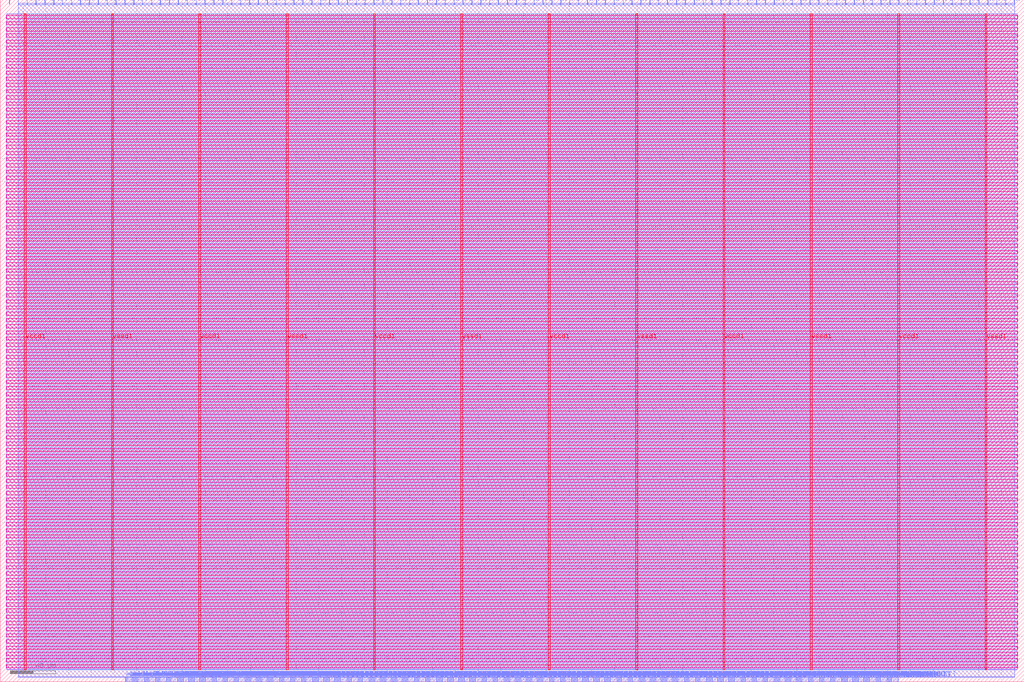
<source format=lef>
VERSION 5.7 ;
  NOWIREEXTENSIONATPIN ON ;
  DIVIDERCHAR "/" ;
  BUSBITCHARS "[]" ;
MACRO user_proj_example
  CLASS BLOCK ;
  FOREIGN user_proj_example ;
  ORIGIN 0.000 0.000 ;
  SIZE 900.000 BY 600.000 ;
  PIN io_in[0]
    DIRECTION INPUT ;
    USE SIGNAL ;
    PORT
      LAYER met2 ;
        RECT 7.910 596.000 8.190 600.000 ;
    END
  END io_in[0]
  PIN io_in[10]
    DIRECTION INPUT ;
    USE SIGNAL ;
    PORT
      LAYER met2 ;
        RECT 242.510 596.000 242.790 600.000 ;
    END
  END io_in[10]
  PIN io_in[11]
    DIRECTION INPUT ;
    USE SIGNAL ;
    PORT
      LAYER met2 ;
        RECT 265.970 596.000 266.250 600.000 ;
    END
  END io_in[11]
  PIN io_in[12]
    DIRECTION INPUT ;
    USE SIGNAL ;
    PORT
      LAYER met2 ;
        RECT 289.430 596.000 289.710 600.000 ;
    END
  END io_in[12]
  PIN io_in[13]
    DIRECTION INPUT ;
    USE SIGNAL ;
    PORT
      LAYER met2 ;
        RECT 312.890 596.000 313.170 600.000 ;
    END
  END io_in[13]
  PIN io_in[14]
    DIRECTION INPUT ;
    USE SIGNAL ;
    PORT
      LAYER met2 ;
        RECT 336.350 596.000 336.630 600.000 ;
    END
  END io_in[14]
  PIN io_in[15]
    DIRECTION INPUT ;
    USE SIGNAL ;
    PORT
      LAYER met2 ;
        RECT 359.810 596.000 360.090 600.000 ;
    END
  END io_in[15]
  PIN io_in[16]
    DIRECTION INPUT ;
    USE SIGNAL ;
    PORT
      LAYER met2 ;
        RECT 383.270 596.000 383.550 600.000 ;
    END
  END io_in[16]
  PIN io_in[17]
    DIRECTION INPUT ;
    USE SIGNAL ;
    PORT
      LAYER met2 ;
        RECT 406.730 596.000 407.010 600.000 ;
    END
  END io_in[17]
  PIN io_in[18]
    DIRECTION INPUT ;
    USE SIGNAL ;
    PORT
      LAYER met2 ;
        RECT 430.190 596.000 430.470 600.000 ;
    END
  END io_in[18]
  PIN io_in[19]
    DIRECTION INPUT ;
    USE SIGNAL ;
    PORT
      LAYER met2 ;
        RECT 453.650 596.000 453.930 600.000 ;
    END
  END io_in[19]
  PIN io_in[1]
    DIRECTION INPUT ;
    USE SIGNAL ;
    PORT
      LAYER met2 ;
        RECT 31.370 596.000 31.650 600.000 ;
    END
  END io_in[1]
  PIN io_in[20]
    DIRECTION INPUT ;
    USE SIGNAL ;
    PORT
      LAYER met2 ;
        RECT 477.110 596.000 477.390 600.000 ;
    END
  END io_in[20]
  PIN io_in[21]
    DIRECTION INPUT ;
    USE SIGNAL ;
    PORT
      LAYER met2 ;
        RECT 500.570 596.000 500.850 600.000 ;
    END
  END io_in[21]
  PIN io_in[22]
    DIRECTION INPUT ;
    USE SIGNAL ;
    PORT
      LAYER met2 ;
        RECT 524.030 596.000 524.310 600.000 ;
    END
  END io_in[22]
  PIN io_in[23]
    DIRECTION INPUT ;
    USE SIGNAL ;
    PORT
      LAYER met2 ;
        RECT 547.490 596.000 547.770 600.000 ;
    END
  END io_in[23]
  PIN io_in[24]
    DIRECTION INPUT ;
    USE SIGNAL ;
    PORT
      LAYER met2 ;
        RECT 570.950 596.000 571.230 600.000 ;
    END
  END io_in[24]
  PIN io_in[25]
    DIRECTION INPUT ;
    USE SIGNAL ;
    PORT
      LAYER met2 ;
        RECT 594.410 596.000 594.690 600.000 ;
    END
  END io_in[25]
  PIN io_in[26]
    DIRECTION INPUT ;
    USE SIGNAL ;
    PORT
      LAYER met2 ;
        RECT 617.870 596.000 618.150 600.000 ;
    END
  END io_in[26]
  PIN io_in[27]
    DIRECTION INPUT ;
    USE SIGNAL ;
    PORT
      LAYER met2 ;
        RECT 641.330 596.000 641.610 600.000 ;
    END
  END io_in[27]
  PIN io_in[28]
    DIRECTION INPUT ;
    USE SIGNAL ;
    PORT
      LAYER met2 ;
        RECT 664.790 596.000 665.070 600.000 ;
    END
  END io_in[28]
  PIN io_in[29]
    DIRECTION INPUT ;
    USE SIGNAL ;
    PORT
      LAYER met2 ;
        RECT 688.250 596.000 688.530 600.000 ;
    END
  END io_in[29]
  PIN io_in[2]
    DIRECTION INPUT ;
    USE SIGNAL ;
    PORT
      LAYER met2 ;
        RECT 54.830 596.000 55.110 600.000 ;
    END
  END io_in[2]
  PIN io_in[30]
    DIRECTION INPUT ;
    USE SIGNAL ;
    PORT
      LAYER met2 ;
        RECT 711.710 596.000 711.990 600.000 ;
    END
  END io_in[30]
  PIN io_in[31]
    DIRECTION INPUT ;
    USE SIGNAL ;
    PORT
      LAYER met2 ;
        RECT 735.170 596.000 735.450 600.000 ;
    END
  END io_in[31]
  PIN io_in[32]
    DIRECTION INPUT ;
    USE SIGNAL ;
    PORT
      LAYER met2 ;
        RECT 758.630 596.000 758.910 600.000 ;
    END
  END io_in[32]
  PIN io_in[33]
    DIRECTION INPUT ;
    USE SIGNAL ;
    PORT
      LAYER met2 ;
        RECT 782.090 596.000 782.370 600.000 ;
    END
  END io_in[33]
  PIN io_in[34]
    DIRECTION INPUT ;
    USE SIGNAL ;
    PORT
      LAYER met2 ;
        RECT 805.550 596.000 805.830 600.000 ;
    END
  END io_in[34]
  PIN io_in[35]
    DIRECTION INPUT ;
    USE SIGNAL ;
    PORT
      LAYER met2 ;
        RECT 829.010 596.000 829.290 600.000 ;
    END
  END io_in[35]
  PIN io_in[36]
    DIRECTION INPUT ;
    USE SIGNAL ;
    PORT
      LAYER met2 ;
        RECT 852.470 596.000 852.750 600.000 ;
    END
  END io_in[36]
  PIN io_in[37]
    DIRECTION INPUT ;
    USE SIGNAL ;
    PORT
      LAYER met2 ;
        RECT 875.930 596.000 876.210 600.000 ;
    END
  END io_in[37]
  PIN io_in[3]
    DIRECTION INPUT ;
    USE SIGNAL ;
    PORT
      LAYER met2 ;
        RECT 78.290 596.000 78.570 600.000 ;
    END
  END io_in[3]
  PIN io_in[4]
    DIRECTION INPUT ;
    USE SIGNAL ;
    PORT
      LAYER met2 ;
        RECT 101.750 596.000 102.030 600.000 ;
    END
  END io_in[4]
  PIN io_in[5]
    DIRECTION INPUT ;
    USE SIGNAL ;
    PORT
      LAYER met2 ;
        RECT 125.210 596.000 125.490 600.000 ;
    END
  END io_in[5]
  PIN io_in[6]
    DIRECTION INPUT ;
    USE SIGNAL ;
    PORT
      LAYER met2 ;
        RECT 148.670 596.000 148.950 600.000 ;
    END
  END io_in[6]
  PIN io_in[7]
    DIRECTION INPUT ;
    USE SIGNAL ;
    PORT
      LAYER met2 ;
        RECT 172.130 596.000 172.410 600.000 ;
    END
  END io_in[7]
  PIN io_in[8]
    DIRECTION INPUT ;
    USE SIGNAL ;
    PORT
      LAYER met2 ;
        RECT 195.590 596.000 195.870 600.000 ;
    END
  END io_in[8]
  PIN io_in[9]
    DIRECTION INPUT ;
    USE SIGNAL ;
    PORT
      LAYER met2 ;
        RECT 219.050 596.000 219.330 600.000 ;
    END
  END io_in[9]
  PIN io_oeb[0]
    DIRECTION OUTPUT TRISTATE ;
    USE SIGNAL ;
    PORT
      LAYER met2 ;
        RECT 15.730 596.000 16.010 600.000 ;
    END
  END io_oeb[0]
  PIN io_oeb[10]
    DIRECTION OUTPUT TRISTATE ;
    USE SIGNAL ;
    PORT
      LAYER met2 ;
        RECT 250.330 596.000 250.610 600.000 ;
    END
  END io_oeb[10]
  PIN io_oeb[11]
    DIRECTION OUTPUT TRISTATE ;
    USE SIGNAL ;
    PORT
      LAYER met2 ;
        RECT 273.790 596.000 274.070 600.000 ;
    END
  END io_oeb[11]
  PIN io_oeb[12]
    DIRECTION OUTPUT TRISTATE ;
    USE SIGNAL ;
    PORT
      LAYER met2 ;
        RECT 297.250 596.000 297.530 600.000 ;
    END
  END io_oeb[12]
  PIN io_oeb[13]
    DIRECTION OUTPUT TRISTATE ;
    USE SIGNAL ;
    PORT
      LAYER met2 ;
        RECT 320.710 596.000 320.990 600.000 ;
    END
  END io_oeb[13]
  PIN io_oeb[14]
    DIRECTION OUTPUT TRISTATE ;
    USE SIGNAL ;
    PORT
      LAYER met2 ;
        RECT 344.170 596.000 344.450 600.000 ;
    END
  END io_oeb[14]
  PIN io_oeb[15]
    DIRECTION OUTPUT TRISTATE ;
    USE SIGNAL ;
    PORT
      LAYER met2 ;
        RECT 367.630 596.000 367.910 600.000 ;
    END
  END io_oeb[15]
  PIN io_oeb[16]
    DIRECTION OUTPUT TRISTATE ;
    USE SIGNAL ;
    PORT
      LAYER met2 ;
        RECT 391.090 596.000 391.370 600.000 ;
    END
  END io_oeb[16]
  PIN io_oeb[17]
    DIRECTION OUTPUT TRISTATE ;
    USE SIGNAL ;
    PORT
      LAYER met2 ;
        RECT 414.550 596.000 414.830 600.000 ;
    END
  END io_oeb[17]
  PIN io_oeb[18]
    DIRECTION OUTPUT TRISTATE ;
    USE SIGNAL ;
    PORT
      LAYER met2 ;
        RECT 438.010 596.000 438.290 600.000 ;
    END
  END io_oeb[18]
  PIN io_oeb[19]
    DIRECTION OUTPUT TRISTATE ;
    USE SIGNAL ;
    PORT
      LAYER met2 ;
        RECT 461.470 596.000 461.750 600.000 ;
    END
  END io_oeb[19]
  PIN io_oeb[1]
    DIRECTION OUTPUT TRISTATE ;
    USE SIGNAL ;
    PORT
      LAYER met2 ;
        RECT 39.190 596.000 39.470 600.000 ;
    END
  END io_oeb[1]
  PIN io_oeb[20]
    DIRECTION OUTPUT TRISTATE ;
    USE SIGNAL ;
    PORT
      LAYER met2 ;
        RECT 484.930 596.000 485.210 600.000 ;
    END
  END io_oeb[20]
  PIN io_oeb[21]
    DIRECTION OUTPUT TRISTATE ;
    USE SIGNAL ;
    PORT
      LAYER met2 ;
        RECT 508.390 596.000 508.670 600.000 ;
    END
  END io_oeb[21]
  PIN io_oeb[22]
    DIRECTION OUTPUT TRISTATE ;
    USE SIGNAL ;
    PORT
      LAYER met2 ;
        RECT 531.850 596.000 532.130 600.000 ;
    END
  END io_oeb[22]
  PIN io_oeb[23]
    DIRECTION OUTPUT TRISTATE ;
    USE SIGNAL ;
    PORT
      LAYER met2 ;
        RECT 555.310 596.000 555.590 600.000 ;
    END
  END io_oeb[23]
  PIN io_oeb[24]
    DIRECTION OUTPUT TRISTATE ;
    USE SIGNAL ;
    PORT
      LAYER met2 ;
        RECT 578.770 596.000 579.050 600.000 ;
    END
  END io_oeb[24]
  PIN io_oeb[25]
    DIRECTION OUTPUT TRISTATE ;
    USE SIGNAL ;
    PORT
      LAYER met2 ;
        RECT 602.230 596.000 602.510 600.000 ;
    END
  END io_oeb[25]
  PIN io_oeb[26]
    DIRECTION OUTPUT TRISTATE ;
    USE SIGNAL ;
    PORT
      LAYER met2 ;
        RECT 625.690 596.000 625.970 600.000 ;
    END
  END io_oeb[26]
  PIN io_oeb[27]
    DIRECTION OUTPUT TRISTATE ;
    USE SIGNAL ;
    PORT
      LAYER met2 ;
        RECT 649.150 596.000 649.430 600.000 ;
    END
  END io_oeb[27]
  PIN io_oeb[28]
    DIRECTION OUTPUT TRISTATE ;
    USE SIGNAL ;
    PORT
      LAYER met2 ;
        RECT 672.610 596.000 672.890 600.000 ;
    END
  END io_oeb[28]
  PIN io_oeb[29]
    DIRECTION OUTPUT TRISTATE ;
    USE SIGNAL ;
    PORT
      LAYER met2 ;
        RECT 696.070 596.000 696.350 600.000 ;
    END
  END io_oeb[29]
  PIN io_oeb[2]
    DIRECTION OUTPUT TRISTATE ;
    USE SIGNAL ;
    PORT
      LAYER met2 ;
        RECT 62.650 596.000 62.930 600.000 ;
    END
  END io_oeb[2]
  PIN io_oeb[30]
    DIRECTION OUTPUT TRISTATE ;
    USE SIGNAL ;
    PORT
      LAYER met2 ;
        RECT 719.530 596.000 719.810 600.000 ;
    END
  END io_oeb[30]
  PIN io_oeb[31]
    DIRECTION OUTPUT TRISTATE ;
    USE SIGNAL ;
    PORT
      LAYER met2 ;
        RECT 742.990 596.000 743.270 600.000 ;
    END
  END io_oeb[31]
  PIN io_oeb[32]
    DIRECTION OUTPUT TRISTATE ;
    USE SIGNAL ;
    PORT
      LAYER met2 ;
        RECT 766.450 596.000 766.730 600.000 ;
    END
  END io_oeb[32]
  PIN io_oeb[33]
    DIRECTION OUTPUT TRISTATE ;
    USE SIGNAL ;
    PORT
      LAYER met2 ;
        RECT 789.910 596.000 790.190 600.000 ;
    END
  END io_oeb[33]
  PIN io_oeb[34]
    DIRECTION OUTPUT TRISTATE ;
    USE SIGNAL ;
    PORT
      LAYER met2 ;
        RECT 813.370 596.000 813.650 600.000 ;
    END
  END io_oeb[34]
  PIN io_oeb[35]
    DIRECTION OUTPUT TRISTATE ;
    USE SIGNAL ;
    PORT
      LAYER met2 ;
        RECT 836.830 596.000 837.110 600.000 ;
    END
  END io_oeb[35]
  PIN io_oeb[36]
    DIRECTION OUTPUT TRISTATE ;
    USE SIGNAL ;
    PORT
      LAYER met2 ;
        RECT 860.290 596.000 860.570 600.000 ;
    END
  END io_oeb[36]
  PIN io_oeb[37]
    DIRECTION OUTPUT TRISTATE ;
    USE SIGNAL ;
    PORT
      LAYER met2 ;
        RECT 883.750 596.000 884.030 600.000 ;
    END
  END io_oeb[37]
  PIN io_oeb[3]
    DIRECTION OUTPUT TRISTATE ;
    USE SIGNAL ;
    PORT
      LAYER met2 ;
        RECT 86.110 596.000 86.390 600.000 ;
    END
  END io_oeb[3]
  PIN io_oeb[4]
    DIRECTION OUTPUT TRISTATE ;
    USE SIGNAL ;
    PORT
      LAYER met2 ;
        RECT 109.570 596.000 109.850 600.000 ;
    END
  END io_oeb[4]
  PIN io_oeb[5]
    DIRECTION OUTPUT TRISTATE ;
    USE SIGNAL ;
    PORT
      LAYER met2 ;
        RECT 133.030 596.000 133.310 600.000 ;
    END
  END io_oeb[5]
  PIN io_oeb[6]
    DIRECTION OUTPUT TRISTATE ;
    USE SIGNAL ;
    PORT
      LAYER met2 ;
        RECT 156.490 596.000 156.770 600.000 ;
    END
  END io_oeb[6]
  PIN io_oeb[7]
    DIRECTION OUTPUT TRISTATE ;
    USE SIGNAL ;
    PORT
      LAYER met2 ;
        RECT 179.950 596.000 180.230 600.000 ;
    END
  END io_oeb[7]
  PIN io_oeb[8]
    DIRECTION OUTPUT TRISTATE ;
    USE SIGNAL ;
    PORT
      LAYER met2 ;
        RECT 203.410 596.000 203.690 600.000 ;
    END
  END io_oeb[8]
  PIN io_oeb[9]
    DIRECTION OUTPUT TRISTATE ;
    USE SIGNAL ;
    PORT
      LAYER met2 ;
        RECT 226.870 596.000 227.150 600.000 ;
    END
  END io_oeb[9]
  PIN io_out[0]
    DIRECTION OUTPUT TRISTATE ;
    USE SIGNAL ;
    PORT
      LAYER met2 ;
        RECT 23.550 596.000 23.830 600.000 ;
    END
  END io_out[0]
  PIN io_out[10]
    DIRECTION OUTPUT TRISTATE ;
    USE SIGNAL ;
    PORT
      LAYER met2 ;
        RECT 258.150 596.000 258.430 600.000 ;
    END
  END io_out[10]
  PIN io_out[11]
    DIRECTION OUTPUT TRISTATE ;
    USE SIGNAL ;
    PORT
      LAYER met2 ;
        RECT 281.610 596.000 281.890 600.000 ;
    END
  END io_out[11]
  PIN io_out[12]
    DIRECTION OUTPUT TRISTATE ;
    USE SIGNAL ;
    PORT
      LAYER met2 ;
        RECT 305.070 596.000 305.350 600.000 ;
    END
  END io_out[12]
  PIN io_out[13]
    DIRECTION OUTPUT TRISTATE ;
    USE SIGNAL ;
    PORT
      LAYER met2 ;
        RECT 328.530 596.000 328.810 600.000 ;
    END
  END io_out[13]
  PIN io_out[14]
    DIRECTION OUTPUT TRISTATE ;
    USE SIGNAL ;
    PORT
      LAYER met2 ;
        RECT 351.990 596.000 352.270 600.000 ;
    END
  END io_out[14]
  PIN io_out[15]
    DIRECTION OUTPUT TRISTATE ;
    USE SIGNAL ;
    PORT
      LAYER met2 ;
        RECT 375.450 596.000 375.730 600.000 ;
    END
  END io_out[15]
  PIN io_out[16]
    DIRECTION OUTPUT TRISTATE ;
    USE SIGNAL ;
    PORT
      LAYER met2 ;
        RECT 398.910 596.000 399.190 600.000 ;
    END
  END io_out[16]
  PIN io_out[17]
    DIRECTION OUTPUT TRISTATE ;
    USE SIGNAL ;
    PORT
      LAYER met2 ;
        RECT 422.370 596.000 422.650 600.000 ;
    END
  END io_out[17]
  PIN io_out[18]
    DIRECTION OUTPUT TRISTATE ;
    USE SIGNAL ;
    PORT
      LAYER met2 ;
        RECT 445.830 596.000 446.110 600.000 ;
    END
  END io_out[18]
  PIN io_out[19]
    DIRECTION OUTPUT TRISTATE ;
    USE SIGNAL ;
    PORT
      LAYER met2 ;
        RECT 469.290 596.000 469.570 600.000 ;
    END
  END io_out[19]
  PIN io_out[1]
    DIRECTION OUTPUT TRISTATE ;
    USE SIGNAL ;
    PORT
      LAYER met2 ;
        RECT 47.010 596.000 47.290 600.000 ;
    END
  END io_out[1]
  PIN io_out[20]
    DIRECTION OUTPUT TRISTATE ;
    USE SIGNAL ;
    PORT
      LAYER met2 ;
        RECT 492.750 596.000 493.030 600.000 ;
    END
  END io_out[20]
  PIN io_out[21]
    DIRECTION OUTPUT TRISTATE ;
    USE SIGNAL ;
    PORT
      LAYER met2 ;
        RECT 516.210 596.000 516.490 600.000 ;
    END
  END io_out[21]
  PIN io_out[22]
    DIRECTION OUTPUT TRISTATE ;
    USE SIGNAL ;
    PORT
      LAYER met2 ;
        RECT 539.670 596.000 539.950 600.000 ;
    END
  END io_out[22]
  PIN io_out[23]
    DIRECTION OUTPUT TRISTATE ;
    USE SIGNAL ;
    PORT
      LAYER met2 ;
        RECT 563.130 596.000 563.410 600.000 ;
    END
  END io_out[23]
  PIN io_out[24]
    DIRECTION OUTPUT TRISTATE ;
    USE SIGNAL ;
    PORT
      LAYER met2 ;
        RECT 586.590 596.000 586.870 600.000 ;
    END
  END io_out[24]
  PIN io_out[25]
    DIRECTION OUTPUT TRISTATE ;
    USE SIGNAL ;
    PORT
      LAYER met2 ;
        RECT 610.050 596.000 610.330 600.000 ;
    END
  END io_out[25]
  PIN io_out[26]
    DIRECTION OUTPUT TRISTATE ;
    USE SIGNAL ;
    PORT
      LAYER met2 ;
        RECT 633.510 596.000 633.790 600.000 ;
    END
  END io_out[26]
  PIN io_out[27]
    DIRECTION OUTPUT TRISTATE ;
    USE SIGNAL ;
    PORT
      LAYER met2 ;
        RECT 656.970 596.000 657.250 600.000 ;
    END
  END io_out[27]
  PIN io_out[28]
    DIRECTION OUTPUT TRISTATE ;
    USE SIGNAL ;
    PORT
      LAYER met2 ;
        RECT 680.430 596.000 680.710 600.000 ;
    END
  END io_out[28]
  PIN io_out[29]
    DIRECTION OUTPUT TRISTATE ;
    USE SIGNAL ;
    PORT
      LAYER met2 ;
        RECT 703.890 596.000 704.170 600.000 ;
    END
  END io_out[29]
  PIN io_out[2]
    DIRECTION OUTPUT TRISTATE ;
    USE SIGNAL ;
    PORT
      LAYER met2 ;
        RECT 70.470 596.000 70.750 600.000 ;
    END
  END io_out[2]
  PIN io_out[30]
    DIRECTION OUTPUT TRISTATE ;
    USE SIGNAL ;
    PORT
      LAYER met2 ;
        RECT 727.350 596.000 727.630 600.000 ;
    END
  END io_out[30]
  PIN io_out[31]
    DIRECTION OUTPUT TRISTATE ;
    USE SIGNAL ;
    PORT
      LAYER met2 ;
        RECT 750.810 596.000 751.090 600.000 ;
    END
  END io_out[31]
  PIN io_out[32]
    DIRECTION OUTPUT TRISTATE ;
    USE SIGNAL ;
    PORT
      LAYER met2 ;
        RECT 774.270 596.000 774.550 600.000 ;
    END
  END io_out[32]
  PIN io_out[33]
    DIRECTION OUTPUT TRISTATE ;
    USE SIGNAL ;
    PORT
      LAYER met2 ;
        RECT 797.730 596.000 798.010 600.000 ;
    END
  END io_out[33]
  PIN io_out[34]
    DIRECTION OUTPUT TRISTATE ;
    USE SIGNAL ;
    PORT
      LAYER met2 ;
        RECT 821.190 596.000 821.470 600.000 ;
    END
  END io_out[34]
  PIN io_out[35]
    DIRECTION OUTPUT TRISTATE ;
    USE SIGNAL ;
    PORT
      LAYER met2 ;
        RECT 844.650 596.000 844.930 600.000 ;
    END
  END io_out[35]
  PIN io_out[36]
    DIRECTION OUTPUT TRISTATE ;
    USE SIGNAL ;
    PORT
      LAYER met2 ;
        RECT 868.110 596.000 868.390 600.000 ;
    END
  END io_out[36]
  PIN io_out[37]
    DIRECTION OUTPUT TRISTATE ;
    USE SIGNAL ;
    PORT
      LAYER met2 ;
        RECT 891.570 596.000 891.850 600.000 ;
    END
  END io_out[37]
  PIN io_out[3]
    DIRECTION OUTPUT TRISTATE ;
    USE SIGNAL ;
    PORT
      LAYER met2 ;
        RECT 93.930 596.000 94.210 600.000 ;
    END
  END io_out[3]
  PIN io_out[4]
    DIRECTION OUTPUT TRISTATE ;
    USE SIGNAL ;
    PORT
      LAYER met2 ;
        RECT 117.390 596.000 117.670 600.000 ;
    END
  END io_out[4]
  PIN io_out[5]
    DIRECTION OUTPUT TRISTATE ;
    USE SIGNAL ;
    PORT
      LAYER met2 ;
        RECT 140.850 596.000 141.130 600.000 ;
    END
  END io_out[5]
  PIN io_out[6]
    DIRECTION OUTPUT TRISTATE ;
    USE SIGNAL ;
    PORT
      LAYER met2 ;
        RECT 164.310 596.000 164.590 600.000 ;
    END
  END io_out[6]
  PIN io_out[7]
    DIRECTION OUTPUT TRISTATE ;
    USE SIGNAL ;
    PORT
      LAYER met2 ;
        RECT 187.770 596.000 188.050 600.000 ;
    END
  END io_out[7]
  PIN io_out[8]
    DIRECTION OUTPUT TRISTATE ;
    USE SIGNAL ;
    PORT
      LAYER met2 ;
        RECT 211.230 596.000 211.510 600.000 ;
    END
  END io_out[8]
  PIN io_out[9]
    DIRECTION OUTPUT TRISTATE ;
    USE SIGNAL ;
    PORT
      LAYER met2 ;
        RECT 234.690 596.000 234.970 600.000 ;
    END
  END io_out[9]
  PIN irq[0]
    DIRECTION OUTPUT TRISTATE ;
    USE SIGNAL ;
    PORT
      LAYER met2 ;
        RECT 786.230 0.000 786.510 4.000 ;
    END
  END irq[0]
  PIN irq[1]
    DIRECTION OUTPUT TRISTATE ;
    USE SIGNAL ;
    PORT
      LAYER met2 ;
        RECT 787.610 0.000 787.890 4.000 ;
    END
  END irq[1]
  PIN irq[2]
    DIRECTION OUTPUT TRISTATE ;
    USE SIGNAL ;
    PORT
      LAYER met2 ;
        RECT 788.990 0.000 789.270 4.000 ;
    END
  END irq[2]
  PIN la_data_in[0]
    DIRECTION INPUT ;
    USE SIGNAL ;
    PORT
      LAYER met2 ;
        RECT 256.310 0.000 256.590 4.000 ;
    END
  END la_data_in[0]
  PIN la_data_in[100]
    DIRECTION INPUT ;
    USE SIGNAL ;
    PORT
      LAYER met2 ;
        RECT 670.310 0.000 670.590 4.000 ;
    END
  END la_data_in[100]
  PIN la_data_in[101]
    DIRECTION INPUT ;
    USE SIGNAL ;
    PORT
      LAYER met2 ;
        RECT 674.450 0.000 674.730 4.000 ;
    END
  END la_data_in[101]
  PIN la_data_in[102]
    DIRECTION INPUT ;
    USE SIGNAL ;
    PORT
      LAYER met2 ;
        RECT 678.590 0.000 678.870 4.000 ;
    END
  END la_data_in[102]
  PIN la_data_in[103]
    DIRECTION INPUT ;
    USE SIGNAL ;
    PORT
      LAYER met2 ;
        RECT 682.730 0.000 683.010 4.000 ;
    END
  END la_data_in[103]
  PIN la_data_in[104]
    DIRECTION INPUT ;
    USE SIGNAL ;
    PORT
      LAYER met2 ;
        RECT 686.870 0.000 687.150 4.000 ;
    END
  END la_data_in[104]
  PIN la_data_in[105]
    DIRECTION INPUT ;
    USE SIGNAL ;
    PORT
      LAYER met2 ;
        RECT 691.010 0.000 691.290 4.000 ;
    END
  END la_data_in[105]
  PIN la_data_in[106]
    DIRECTION INPUT ;
    USE SIGNAL ;
    PORT
      LAYER met2 ;
        RECT 695.150 0.000 695.430 4.000 ;
    END
  END la_data_in[106]
  PIN la_data_in[107]
    DIRECTION INPUT ;
    USE SIGNAL ;
    PORT
      LAYER met2 ;
        RECT 699.290 0.000 699.570 4.000 ;
    END
  END la_data_in[107]
  PIN la_data_in[108]
    DIRECTION INPUT ;
    USE SIGNAL ;
    PORT
      LAYER met2 ;
        RECT 703.430 0.000 703.710 4.000 ;
    END
  END la_data_in[108]
  PIN la_data_in[109]
    DIRECTION INPUT ;
    USE SIGNAL ;
    PORT
      LAYER met2 ;
        RECT 707.570 0.000 707.850 4.000 ;
    END
  END la_data_in[109]
  PIN la_data_in[10]
    DIRECTION INPUT ;
    USE SIGNAL ;
    PORT
      LAYER met2 ;
        RECT 297.710 0.000 297.990 4.000 ;
    END
  END la_data_in[10]
  PIN la_data_in[110]
    DIRECTION INPUT ;
    USE SIGNAL ;
    PORT
      LAYER met2 ;
        RECT 711.710 0.000 711.990 4.000 ;
    END
  END la_data_in[110]
  PIN la_data_in[111]
    DIRECTION INPUT ;
    USE SIGNAL ;
    PORT
      LAYER met2 ;
        RECT 715.850 0.000 716.130 4.000 ;
    END
  END la_data_in[111]
  PIN la_data_in[112]
    DIRECTION INPUT ;
    USE SIGNAL ;
    PORT
      LAYER met2 ;
        RECT 719.990 0.000 720.270 4.000 ;
    END
  END la_data_in[112]
  PIN la_data_in[113]
    DIRECTION INPUT ;
    USE SIGNAL ;
    PORT
      LAYER met2 ;
        RECT 724.130 0.000 724.410 4.000 ;
    END
  END la_data_in[113]
  PIN la_data_in[114]
    DIRECTION INPUT ;
    USE SIGNAL ;
    PORT
      LAYER met2 ;
        RECT 728.270 0.000 728.550 4.000 ;
    END
  END la_data_in[114]
  PIN la_data_in[115]
    DIRECTION INPUT ;
    USE SIGNAL ;
    PORT
      LAYER met2 ;
        RECT 732.410 0.000 732.690 4.000 ;
    END
  END la_data_in[115]
  PIN la_data_in[116]
    DIRECTION INPUT ;
    USE SIGNAL ;
    PORT
      LAYER met2 ;
        RECT 736.550 0.000 736.830 4.000 ;
    END
  END la_data_in[116]
  PIN la_data_in[117]
    DIRECTION INPUT ;
    USE SIGNAL ;
    PORT
      LAYER met2 ;
        RECT 740.690 0.000 740.970 4.000 ;
    END
  END la_data_in[117]
  PIN la_data_in[118]
    DIRECTION INPUT ;
    USE SIGNAL ;
    PORT
      LAYER met2 ;
        RECT 744.830 0.000 745.110 4.000 ;
    END
  END la_data_in[118]
  PIN la_data_in[119]
    DIRECTION INPUT ;
    USE SIGNAL ;
    PORT
      LAYER met2 ;
        RECT 748.970 0.000 749.250 4.000 ;
    END
  END la_data_in[119]
  PIN la_data_in[11]
    DIRECTION INPUT ;
    USE SIGNAL ;
    PORT
      LAYER met2 ;
        RECT 301.850 0.000 302.130 4.000 ;
    END
  END la_data_in[11]
  PIN la_data_in[120]
    DIRECTION INPUT ;
    USE SIGNAL ;
    PORT
      LAYER met2 ;
        RECT 753.110 0.000 753.390 4.000 ;
    END
  END la_data_in[120]
  PIN la_data_in[121]
    DIRECTION INPUT ;
    USE SIGNAL ;
    PORT
      LAYER met2 ;
        RECT 757.250 0.000 757.530 4.000 ;
    END
  END la_data_in[121]
  PIN la_data_in[122]
    DIRECTION INPUT ;
    USE SIGNAL ;
    PORT
      LAYER met2 ;
        RECT 761.390 0.000 761.670 4.000 ;
    END
  END la_data_in[122]
  PIN la_data_in[123]
    DIRECTION INPUT ;
    USE SIGNAL ;
    PORT
      LAYER met2 ;
        RECT 765.530 0.000 765.810 4.000 ;
    END
  END la_data_in[123]
  PIN la_data_in[124]
    DIRECTION INPUT ;
    USE SIGNAL ;
    PORT
      LAYER met2 ;
        RECT 769.670 0.000 769.950 4.000 ;
    END
  END la_data_in[124]
  PIN la_data_in[125]
    DIRECTION INPUT ;
    USE SIGNAL ;
    PORT
      LAYER met2 ;
        RECT 773.810 0.000 774.090 4.000 ;
    END
  END la_data_in[125]
  PIN la_data_in[126]
    DIRECTION INPUT ;
    USE SIGNAL ;
    PORT
      LAYER met2 ;
        RECT 777.950 0.000 778.230 4.000 ;
    END
  END la_data_in[126]
  PIN la_data_in[127]
    DIRECTION INPUT ;
    USE SIGNAL ;
    PORT
      LAYER met2 ;
        RECT 782.090 0.000 782.370 4.000 ;
    END
  END la_data_in[127]
  PIN la_data_in[12]
    DIRECTION INPUT ;
    USE SIGNAL ;
    PORT
      LAYER met2 ;
        RECT 305.990 0.000 306.270 4.000 ;
    END
  END la_data_in[12]
  PIN la_data_in[13]
    DIRECTION INPUT ;
    USE SIGNAL ;
    PORT
      LAYER met2 ;
        RECT 310.130 0.000 310.410 4.000 ;
    END
  END la_data_in[13]
  PIN la_data_in[14]
    DIRECTION INPUT ;
    USE SIGNAL ;
    PORT
      LAYER met2 ;
        RECT 314.270 0.000 314.550 4.000 ;
    END
  END la_data_in[14]
  PIN la_data_in[15]
    DIRECTION INPUT ;
    USE SIGNAL ;
    PORT
      LAYER met2 ;
        RECT 318.410 0.000 318.690 4.000 ;
    END
  END la_data_in[15]
  PIN la_data_in[16]
    DIRECTION INPUT ;
    USE SIGNAL ;
    PORT
      LAYER met2 ;
        RECT 322.550 0.000 322.830 4.000 ;
    END
  END la_data_in[16]
  PIN la_data_in[17]
    DIRECTION INPUT ;
    USE SIGNAL ;
    PORT
      LAYER met2 ;
        RECT 326.690 0.000 326.970 4.000 ;
    END
  END la_data_in[17]
  PIN la_data_in[18]
    DIRECTION INPUT ;
    USE SIGNAL ;
    PORT
      LAYER met2 ;
        RECT 330.830 0.000 331.110 4.000 ;
    END
  END la_data_in[18]
  PIN la_data_in[19]
    DIRECTION INPUT ;
    USE SIGNAL ;
    PORT
      LAYER met2 ;
        RECT 334.970 0.000 335.250 4.000 ;
    END
  END la_data_in[19]
  PIN la_data_in[1]
    DIRECTION INPUT ;
    USE SIGNAL ;
    PORT
      LAYER met2 ;
        RECT 260.450 0.000 260.730 4.000 ;
    END
  END la_data_in[1]
  PIN la_data_in[20]
    DIRECTION INPUT ;
    USE SIGNAL ;
    PORT
      LAYER met2 ;
        RECT 339.110 0.000 339.390 4.000 ;
    END
  END la_data_in[20]
  PIN la_data_in[21]
    DIRECTION INPUT ;
    USE SIGNAL ;
    PORT
      LAYER met2 ;
        RECT 343.250 0.000 343.530 4.000 ;
    END
  END la_data_in[21]
  PIN la_data_in[22]
    DIRECTION INPUT ;
    USE SIGNAL ;
    PORT
      LAYER met2 ;
        RECT 347.390 0.000 347.670 4.000 ;
    END
  END la_data_in[22]
  PIN la_data_in[23]
    DIRECTION INPUT ;
    USE SIGNAL ;
    PORT
      LAYER met2 ;
        RECT 351.530 0.000 351.810 4.000 ;
    END
  END la_data_in[23]
  PIN la_data_in[24]
    DIRECTION INPUT ;
    USE SIGNAL ;
    PORT
      LAYER met2 ;
        RECT 355.670 0.000 355.950 4.000 ;
    END
  END la_data_in[24]
  PIN la_data_in[25]
    DIRECTION INPUT ;
    USE SIGNAL ;
    PORT
      LAYER met2 ;
        RECT 359.810 0.000 360.090 4.000 ;
    END
  END la_data_in[25]
  PIN la_data_in[26]
    DIRECTION INPUT ;
    USE SIGNAL ;
    PORT
      LAYER met2 ;
        RECT 363.950 0.000 364.230 4.000 ;
    END
  END la_data_in[26]
  PIN la_data_in[27]
    DIRECTION INPUT ;
    USE SIGNAL ;
    PORT
      LAYER met2 ;
        RECT 368.090 0.000 368.370 4.000 ;
    END
  END la_data_in[27]
  PIN la_data_in[28]
    DIRECTION INPUT ;
    USE SIGNAL ;
    PORT
      LAYER met2 ;
        RECT 372.230 0.000 372.510 4.000 ;
    END
  END la_data_in[28]
  PIN la_data_in[29]
    DIRECTION INPUT ;
    USE SIGNAL ;
    PORT
      LAYER met2 ;
        RECT 376.370 0.000 376.650 4.000 ;
    END
  END la_data_in[29]
  PIN la_data_in[2]
    DIRECTION INPUT ;
    USE SIGNAL ;
    PORT
      LAYER met2 ;
        RECT 264.590 0.000 264.870 4.000 ;
    END
  END la_data_in[2]
  PIN la_data_in[30]
    DIRECTION INPUT ;
    USE SIGNAL ;
    PORT
      LAYER met2 ;
        RECT 380.510 0.000 380.790 4.000 ;
    END
  END la_data_in[30]
  PIN la_data_in[31]
    DIRECTION INPUT ;
    USE SIGNAL ;
    PORT
      LAYER met2 ;
        RECT 384.650 0.000 384.930 4.000 ;
    END
  END la_data_in[31]
  PIN la_data_in[32]
    DIRECTION INPUT ;
    USE SIGNAL ;
    PORT
      LAYER met2 ;
        RECT 388.790 0.000 389.070 4.000 ;
    END
  END la_data_in[32]
  PIN la_data_in[33]
    DIRECTION INPUT ;
    USE SIGNAL ;
    PORT
      LAYER met2 ;
        RECT 392.930 0.000 393.210 4.000 ;
    END
  END la_data_in[33]
  PIN la_data_in[34]
    DIRECTION INPUT ;
    USE SIGNAL ;
    PORT
      LAYER met2 ;
        RECT 397.070 0.000 397.350 4.000 ;
    END
  END la_data_in[34]
  PIN la_data_in[35]
    DIRECTION INPUT ;
    USE SIGNAL ;
    PORT
      LAYER met2 ;
        RECT 401.210 0.000 401.490 4.000 ;
    END
  END la_data_in[35]
  PIN la_data_in[36]
    DIRECTION INPUT ;
    USE SIGNAL ;
    PORT
      LAYER met2 ;
        RECT 405.350 0.000 405.630 4.000 ;
    END
  END la_data_in[36]
  PIN la_data_in[37]
    DIRECTION INPUT ;
    USE SIGNAL ;
    PORT
      LAYER met2 ;
        RECT 409.490 0.000 409.770 4.000 ;
    END
  END la_data_in[37]
  PIN la_data_in[38]
    DIRECTION INPUT ;
    USE SIGNAL ;
    PORT
      LAYER met2 ;
        RECT 413.630 0.000 413.910 4.000 ;
    END
  END la_data_in[38]
  PIN la_data_in[39]
    DIRECTION INPUT ;
    USE SIGNAL ;
    PORT
      LAYER met2 ;
        RECT 417.770 0.000 418.050 4.000 ;
    END
  END la_data_in[39]
  PIN la_data_in[3]
    DIRECTION INPUT ;
    USE SIGNAL ;
    PORT
      LAYER met2 ;
        RECT 268.730 0.000 269.010 4.000 ;
    END
  END la_data_in[3]
  PIN la_data_in[40]
    DIRECTION INPUT ;
    USE SIGNAL ;
    PORT
      LAYER met2 ;
        RECT 421.910 0.000 422.190 4.000 ;
    END
  END la_data_in[40]
  PIN la_data_in[41]
    DIRECTION INPUT ;
    USE SIGNAL ;
    PORT
      LAYER met2 ;
        RECT 426.050 0.000 426.330 4.000 ;
    END
  END la_data_in[41]
  PIN la_data_in[42]
    DIRECTION INPUT ;
    USE SIGNAL ;
    PORT
      LAYER met2 ;
        RECT 430.190 0.000 430.470 4.000 ;
    END
  END la_data_in[42]
  PIN la_data_in[43]
    DIRECTION INPUT ;
    USE SIGNAL ;
    PORT
      LAYER met2 ;
        RECT 434.330 0.000 434.610 4.000 ;
    END
  END la_data_in[43]
  PIN la_data_in[44]
    DIRECTION INPUT ;
    USE SIGNAL ;
    PORT
      LAYER met2 ;
        RECT 438.470 0.000 438.750 4.000 ;
    END
  END la_data_in[44]
  PIN la_data_in[45]
    DIRECTION INPUT ;
    USE SIGNAL ;
    PORT
      LAYER met2 ;
        RECT 442.610 0.000 442.890 4.000 ;
    END
  END la_data_in[45]
  PIN la_data_in[46]
    DIRECTION INPUT ;
    USE SIGNAL ;
    PORT
      LAYER met2 ;
        RECT 446.750 0.000 447.030 4.000 ;
    END
  END la_data_in[46]
  PIN la_data_in[47]
    DIRECTION INPUT ;
    USE SIGNAL ;
    PORT
      LAYER met2 ;
        RECT 450.890 0.000 451.170 4.000 ;
    END
  END la_data_in[47]
  PIN la_data_in[48]
    DIRECTION INPUT ;
    USE SIGNAL ;
    PORT
      LAYER met2 ;
        RECT 455.030 0.000 455.310 4.000 ;
    END
  END la_data_in[48]
  PIN la_data_in[49]
    DIRECTION INPUT ;
    USE SIGNAL ;
    PORT
      LAYER met2 ;
        RECT 459.170 0.000 459.450 4.000 ;
    END
  END la_data_in[49]
  PIN la_data_in[4]
    DIRECTION INPUT ;
    USE SIGNAL ;
    PORT
      LAYER met2 ;
        RECT 272.870 0.000 273.150 4.000 ;
    END
  END la_data_in[4]
  PIN la_data_in[50]
    DIRECTION INPUT ;
    USE SIGNAL ;
    PORT
      LAYER met2 ;
        RECT 463.310 0.000 463.590 4.000 ;
    END
  END la_data_in[50]
  PIN la_data_in[51]
    DIRECTION INPUT ;
    USE SIGNAL ;
    PORT
      LAYER met2 ;
        RECT 467.450 0.000 467.730 4.000 ;
    END
  END la_data_in[51]
  PIN la_data_in[52]
    DIRECTION INPUT ;
    USE SIGNAL ;
    PORT
      LAYER met2 ;
        RECT 471.590 0.000 471.870 4.000 ;
    END
  END la_data_in[52]
  PIN la_data_in[53]
    DIRECTION INPUT ;
    USE SIGNAL ;
    PORT
      LAYER met2 ;
        RECT 475.730 0.000 476.010 4.000 ;
    END
  END la_data_in[53]
  PIN la_data_in[54]
    DIRECTION INPUT ;
    USE SIGNAL ;
    PORT
      LAYER met2 ;
        RECT 479.870 0.000 480.150 4.000 ;
    END
  END la_data_in[54]
  PIN la_data_in[55]
    DIRECTION INPUT ;
    USE SIGNAL ;
    PORT
      LAYER met2 ;
        RECT 484.010 0.000 484.290 4.000 ;
    END
  END la_data_in[55]
  PIN la_data_in[56]
    DIRECTION INPUT ;
    USE SIGNAL ;
    PORT
      LAYER met2 ;
        RECT 488.150 0.000 488.430 4.000 ;
    END
  END la_data_in[56]
  PIN la_data_in[57]
    DIRECTION INPUT ;
    USE SIGNAL ;
    PORT
      LAYER met2 ;
        RECT 492.290 0.000 492.570 4.000 ;
    END
  END la_data_in[57]
  PIN la_data_in[58]
    DIRECTION INPUT ;
    USE SIGNAL ;
    PORT
      LAYER met2 ;
        RECT 496.430 0.000 496.710 4.000 ;
    END
  END la_data_in[58]
  PIN la_data_in[59]
    DIRECTION INPUT ;
    USE SIGNAL ;
    PORT
      LAYER met2 ;
        RECT 500.570 0.000 500.850 4.000 ;
    END
  END la_data_in[59]
  PIN la_data_in[5]
    DIRECTION INPUT ;
    USE SIGNAL ;
    PORT
      LAYER met2 ;
        RECT 277.010 0.000 277.290 4.000 ;
    END
  END la_data_in[5]
  PIN la_data_in[60]
    DIRECTION INPUT ;
    USE SIGNAL ;
    PORT
      LAYER met2 ;
        RECT 504.710 0.000 504.990 4.000 ;
    END
  END la_data_in[60]
  PIN la_data_in[61]
    DIRECTION INPUT ;
    USE SIGNAL ;
    PORT
      LAYER met2 ;
        RECT 508.850 0.000 509.130 4.000 ;
    END
  END la_data_in[61]
  PIN la_data_in[62]
    DIRECTION INPUT ;
    USE SIGNAL ;
    PORT
      LAYER met2 ;
        RECT 512.990 0.000 513.270 4.000 ;
    END
  END la_data_in[62]
  PIN la_data_in[63]
    DIRECTION INPUT ;
    USE SIGNAL ;
    PORT
      LAYER met2 ;
        RECT 517.130 0.000 517.410 4.000 ;
    END
  END la_data_in[63]
  PIN la_data_in[64]
    DIRECTION INPUT ;
    USE SIGNAL ;
    PORT
      LAYER met2 ;
        RECT 521.270 0.000 521.550 4.000 ;
    END
  END la_data_in[64]
  PIN la_data_in[65]
    DIRECTION INPUT ;
    USE SIGNAL ;
    PORT
      LAYER met2 ;
        RECT 525.410 0.000 525.690 4.000 ;
    END
  END la_data_in[65]
  PIN la_data_in[66]
    DIRECTION INPUT ;
    USE SIGNAL ;
    PORT
      LAYER met2 ;
        RECT 529.550 0.000 529.830 4.000 ;
    END
  END la_data_in[66]
  PIN la_data_in[67]
    DIRECTION INPUT ;
    USE SIGNAL ;
    PORT
      LAYER met2 ;
        RECT 533.690 0.000 533.970 4.000 ;
    END
  END la_data_in[67]
  PIN la_data_in[68]
    DIRECTION INPUT ;
    USE SIGNAL ;
    PORT
      LAYER met2 ;
        RECT 537.830 0.000 538.110 4.000 ;
    END
  END la_data_in[68]
  PIN la_data_in[69]
    DIRECTION INPUT ;
    USE SIGNAL ;
    PORT
      LAYER met2 ;
        RECT 541.970 0.000 542.250 4.000 ;
    END
  END la_data_in[69]
  PIN la_data_in[6]
    DIRECTION INPUT ;
    USE SIGNAL ;
    PORT
      LAYER met2 ;
        RECT 281.150 0.000 281.430 4.000 ;
    END
  END la_data_in[6]
  PIN la_data_in[70]
    DIRECTION INPUT ;
    USE SIGNAL ;
    PORT
      LAYER met2 ;
        RECT 546.110 0.000 546.390 4.000 ;
    END
  END la_data_in[70]
  PIN la_data_in[71]
    DIRECTION INPUT ;
    USE SIGNAL ;
    PORT
      LAYER met2 ;
        RECT 550.250 0.000 550.530 4.000 ;
    END
  END la_data_in[71]
  PIN la_data_in[72]
    DIRECTION INPUT ;
    USE SIGNAL ;
    PORT
      LAYER met2 ;
        RECT 554.390 0.000 554.670 4.000 ;
    END
  END la_data_in[72]
  PIN la_data_in[73]
    DIRECTION INPUT ;
    USE SIGNAL ;
    PORT
      LAYER met2 ;
        RECT 558.530 0.000 558.810 4.000 ;
    END
  END la_data_in[73]
  PIN la_data_in[74]
    DIRECTION INPUT ;
    USE SIGNAL ;
    PORT
      LAYER met2 ;
        RECT 562.670 0.000 562.950 4.000 ;
    END
  END la_data_in[74]
  PIN la_data_in[75]
    DIRECTION INPUT ;
    USE SIGNAL ;
    PORT
      LAYER met2 ;
        RECT 566.810 0.000 567.090 4.000 ;
    END
  END la_data_in[75]
  PIN la_data_in[76]
    DIRECTION INPUT ;
    USE SIGNAL ;
    PORT
      LAYER met2 ;
        RECT 570.950 0.000 571.230 4.000 ;
    END
  END la_data_in[76]
  PIN la_data_in[77]
    DIRECTION INPUT ;
    USE SIGNAL ;
    PORT
      LAYER met2 ;
        RECT 575.090 0.000 575.370 4.000 ;
    END
  END la_data_in[77]
  PIN la_data_in[78]
    DIRECTION INPUT ;
    USE SIGNAL ;
    PORT
      LAYER met2 ;
        RECT 579.230 0.000 579.510 4.000 ;
    END
  END la_data_in[78]
  PIN la_data_in[79]
    DIRECTION INPUT ;
    USE SIGNAL ;
    PORT
      LAYER met2 ;
        RECT 583.370 0.000 583.650 4.000 ;
    END
  END la_data_in[79]
  PIN la_data_in[7]
    DIRECTION INPUT ;
    USE SIGNAL ;
    PORT
      LAYER met2 ;
        RECT 285.290 0.000 285.570 4.000 ;
    END
  END la_data_in[7]
  PIN la_data_in[80]
    DIRECTION INPUT ;
    USE SIGNAL ;
    PORT
      LAYER met2 ;
        RECT 587.510 0.000 587.790 4.000 ;
    END
  END la_data_in[80]
  PIN la_data_in[81]
    DIRECTION INPUT ;
    USE SIGNAL ;
    PORT
      LAYER met2 ;
        RECT 591.650 0.000 591.930 4.000 ;
    END
  END la_data_in[81]
  PIN la_data_in[82]
    DIRECTION INPUT ;
    USE SIGNAL ;
    PORT
      LAYER met2 ;
        RECT 595.790 0.000 596.070 4.000 ;
    END
  END la_data_in[82]
  PIN la_data_in[83]
    DIRECTION INPUT ;
    USE SIGNAL ;
    PORT
      LAYER met2 ;
        RECT 599.930 0.000 600.210 4.000 ;
    END
  END la_data_in[83]
  PIN la_data_in[84]
    DIRECTION INPUT ;
    USE SIGNAL ;
    PORT
      LAYER met2 ;
        RECT 604.070 0.000 604.350 4.000 ;
    END
  END la_data_in[84]
  PIN la_data_in[85]
    DIRECTION INPUT ;
    USE SIGNAL ;
    PORT
      LAYER met2 ;
        RECT 608.210 0.000 608.490 4.000 ;
    END
  END la_data_in[85]
  PIN la_data_in[86]
    DIRECTION INPUT ;
    USE SIGNAL ;
    PORT
      LAYER met2 ;
        RECT 612.350 0.000 612.630 4.000 ;
    END
  END la_data_in[86]
  PIN la_data_in[87]
    DIRECTION INPUT ;
    USE SIGNAL ;
    PORT
      LAYER met2 ;
        RECT 616.490 0.000 616.770 4.000 ;
    END
  END la_data_in[87]
  PIN la_data_in[88]
    DIRECTION INPUT ;
    USE SIGNAL ;
    PORT
      LAYER met2 ;
        RECT 620.630 0.000 620.910 4.000 ;
    END
  END la_data_in[88]
  PIN la_data_in[89]
    DIRECTION INPUT ;
    USE SIGNAL ;
    PORT
      LAYER met2 ;
        RECT 624.770 0.000 625.050 4.000 ;
    END
  END la_data_in[89]
  PIN la_data_in[8]
    DIRECTION INPUT ;
    USE SIGNAL ;
    PORT
      LAYER met2 ;
        RECT 289.430 0.000 289.710 4.000 ;
    END
  END la_data_in[8]
  PIN la_data_in[90]
    DIRECTION INPUT ;
    USE SIGNAL ;
    PORT
      LAYER met2 ;
        RECT 628.910 0.000 629.190 4.000 ;
    END
  END la_data_in[90]
  PIN la_data_in[91]
    DIRECTION INPUT ;
    USE SIGNAL ;
    PORT
      LAYER met2 ;
        RECT 633.050 0.000 633.330 4.000 ;
    END
  END la_data_in[91]
  PIN la_data_in[92]
    DIRECTION INPUT ;
    USE SIGNAL ;
    PORT
      LAYER met2 ;
        RECT 637.190 0.000 637.470 4.000 ;
    END
  END la_data_in[92]
  PIN la_data_in[93]
    DIRECTION INPUT ;
    USE SIGNAL ;
    PORT
      LAYER met2 ;
        RECT 641.330 0.000 641.610 4.000 ;
    END
  END la_data_in[93]
  PIN la_data_in[94]
    DIRECTION INPUT ;
    USE SIGNAL ;
    PORT
      LAYER met2 ;
        RECT 645.470 0.000 645.750 4.000 ;
    END
  END la_data_in[94]
  PIN la_data_in[95]
    DIRECTION INPUT ;
    USE SIGNAL ;
    PORT
      LAYER met2 ;
        RECT 649.610 0.000 649.890 4.000 ;
    END
  END la_data_in[95]
  PIN la_data_in[96]
    DIRECTION INPUT ;
    USE SIGNAL ;
    PORT
      LAYER met2 ;
        RECT 653.750 0.000 654.030 4.000 ;
    END
  END la_data_in[96]
  PIN la_data_in[97]
    DIRECTION INPUT ;
    USE SIGNAL ;
    PORT
      LAYER met2 ;
        RECT 657.890 0.000 658.170 4.000 ;
    END
  END la_data_in[97]
  PIN la_data_in[98]
    DIRECTION INPUT ;
    USE SIGNAL ;
    PORT
      LAYER met2 ;
        RECT 662.030 0.000 662.310 4.000 ;
    END
  END la_data_in[98]
  PIN la_data_in[99]
    DIRECTION INPUT ;
    USE SIGNAL ;
    PORT
      LAYER met2 ;
        RECT 666.170 0.000 666.450 4.000 ;
    END
  END la_data_in[99]
  PIN la_data_in[9]
    DIRECTION INPUT ;
    USE SIGNAL ;
    PORT
      LAYER met2 ;
        RECT 293.570 0.000 293.850 4.000 ;
    END
  END la_data_in[9]
  PIN la_data_out[0]
    DIRECTION OUTPUT TRISTATE ;
    USE SIGNAL ;
    PORT
      LAYER met2 ;
        RECT 257.690 0.000 257.970 4.000 ;
    END
  END la_data_out[0]
  PIN la_data_out[100]
    DIRECTION OUTPUT TRISTATE ;
    USE SIGNAL ;
    PORT
      LAYER met2 ;
        RECT 671.690 0.000 671.970 4.000 ;
    END
  END la_data_out[100]
  PIN la_data_out[101]
    DIRECTION OUTPUT TRISTATE ;
    USE SIGNAL ;
    PORT
      LAYER met2 ;
        RECT 675.830 0.000 676.110 4.000 ;
    END
  END la_data_out[101]
  PIN la_data_out[102]
    DIRECTION OUTPUT TRISTATE ;
    USE SIGNAL ;
    PORT
      LAYER met2 ;
        RECT 679.970 0.000 680.250 4.000 ;
    END
  END la_data_out[102]
  PIN la_data_out[103]
    DIRECTION OUTPUT TRISTATE ;
    USE SIGNAL ;
    PORT
      LAYER met2 ;
        RECT 684.110 0.000 684.390 4.000 ;
    END
  END la_data_out[103]
  PIN la_data_out[104]
    DIRECTION OUTPUT TRISTATE ;
    USE SIGNAL ;
    PORT
      LAYER met2 ;
        RECT 688.250 0.000 688.530 4.000 ;
    END
  END la_data_out[104]
  PIN la_data_out[105]
    DIRECTION OUTPUT TRISTATE ;
    USE SIGNAL ;
    PORT
      LAYER met2 ;
        RECT 692.390 0.000 692.670 4.000 ;
    END
  END la_data_out[105]
  PIN la_data_out[106]
    DIRECTION OUTPUT TRISTATE ;
    USE SIGNAL ;
    PORT
      LAYER met2 ;
        RECT 696.530 0.000 696.810 4.000 ;
    END
  END la_data_out[106]
  PIN la_data_out[107]
    DIRECTION OUTPUT TRISTATE ;
    USE SIGNAL ;
    PORT
      LAYER met2 ;
        RECT 700.670 0.000 700.950 4.000 ;
    END
  END la_data_out[107]
  PIN la_data_out[108]
    DIRECTION OUTPUT TRISTATE ;
    USE SIGNAL ;
    PORT
      LAYER met2 ;
        RECT 704.810 0.000 705.090 4.000 ;
    END
  END la_data_out[108]
  PIN la_data_out[109]
    DIRECTION OUTPUT TRISTATE ;
    USE SIGNAL ;
    PORT
      LAYER met2 ;
        RECT 708.950 0.000 709.230 4.000 ;
    END
  END la_data_out[109]
  PIN la_data_out[10]
    DIRECTION OUTPUT TRISTATE ;
    USE SIGNAL ;
    PORT
      LAYER met2 ;
        RECT 299.090 0.000 299.370 4.000 ;
    END
  END la_data_out[10]
  PIN la_data_out[110]
    DIRECTION OUTPUT TRISTATE ;
    USE SIGNAL ;
    PORT
      LAYER met2 ;
        RECT 713.090 0.000 713.370 4.000 ;
    END
  END la_data_out[110]
  PIN la_data_out[111]
    DIRECTION OUTPUT TRISTATE ;
    USE SIGNAL ;
    PORT
      LAYER met2 ;
        RECT 717.230 0.000 717.510 4.000 ;
    END
  END la_data_out[111]
  PIN la_data_out[112]
    DIRECTION OUTPUT TRISTATE ;
    USE SIGNAL ;
    PORT
      LAYER met2 ;
        RECT 721.370 0.000 721.650 4.000 ;
    END
  END la_data_out[112]
  PIN la_data_out[113]
    DIRECTION OUTPUT TRISTATE ;
    USE SIGNAL ;
    PORT
      LAYER met2 ;
        RECT 725.510 0.000 725.790 4.000 ;
    END
  END la_data_out[113]
  PIN la_data_out[114]
    DIRECTION OUTPUT TRISTATE ;
    USE SIGNAL ;
    PORT
      LAYER met2 ;
        RECT 729.650 0.000 729.930 4.000 ;
    END
  END la_data_out[114]
  PIN la_data_out[115]
    DIRECTION OUTPUT TRISTATE ;
    USE SIGNAL ;
    PORT
      LAYER met2 ;
        RECT 733.790 0.000 734.070 4.000 ;
    END
  END la_data_out[115]
  PIN la_data_out[116]
    DIRECTION OUTPUT TRISTATE ;
    USE SIGNAL ;
    PORT
      LAYER met2 ;
        RECT 737.930 0.000 738.210 4.000 ;
    END
  END la_data_out[116]
  PIN la_data_out[117]
    DIRECTION OUTPUT TRISTATE ;
    USE SIGNAL ;
    PORT
      LAYER met2 ;
        RECT 742.070 0.000 742.350 4.000 ;
    END
  END la_data_out[117]
  PIN la_data_out[118]
    DIRECTION OUTPUT TRISTATE ;
    USE SIGNAL ;
    PORT
      LAYER met2 ;
        RECT 746.210 0.000 746.490 4.000 ;
    END
  END la_data_out[118]
  PIN la_data_out[119]
    DIRECTION OUTPUT TRISTATE ;
    USE SIGNAL ;
    PORT
      LAYER met2 ;
        RECT 750.350 0.000 750.630 4.000 ;
    END
  END la_data_out[119]
  PIN la_data_out[11]
    DIRECTION OUTPUT TRISTATE ;
    USE SIGNAL ;
    PORT
      LAYER met2 ;
        RECT 303.230 0.000 303.510 4.000 ;
    END
  END la_data_out[11]
  PIN la_data_out[120]
    DIRECTION OUTPUT TRISTATE ;
    USE SIGNAL ;
    PORT
      LAYER met2 ;
        RECT 754.490 0.000 754.770 4.000 ;
    END
  END la_data_out[120]
  PIN la_data_out[121]
    DIRECTION OUTPUT TRISTATE ;
    USE SIGNAL ;
    PORT
      LAYER met2 ;
        RECT 758.630 0.000 758.910 4.000 ;
    END
  END la_data_out[121]
  PIN la_data_out[122]
    DIRECTION OUTPUT TRISTATE ;
    USE SIGNAL ;
    PORT
      LAYER met2 ;
        RECT 762.770 0.000 763.050 4.000 ;
    END
  END la_data_out[122]
  PIN la_data_out[123]
    DIRECTION OUTPUT TRISTATE ;
    USE SIGNAL ;
    PORT
      LAYER met2 ;
        RECT 766.910 0.000 767.190 4.000 ;
    END
  END la_data_out[123]
  PIN la_data_out[124]
    DIRECTION OUTPUT TRISTATE ;
    USE SIGNAL ;
    PORT
      LAYER met2 ;
        RECT 771.050 0.000 771.330 4.000 ;
    END
  END la_data_out[124]
  PIN la_data_out[125]
    DIRECTION OUTPUT TRISTATE ;
    USE SIGNAL ;
    PORT
      LAYER met2 ;
        RECT 775.190 0.000 775.470 4.000 ;
    END
  END la_data_out[125]
  PIN la_data_out[126]
    DIRECTION OUTPUT TRISTATE ;
    USE SIGNAL ;
    PORT
      LAYER met2 ;
        RECT 779.330 0.000 779.610 4.000 ;
    END
  END la_data_out[126]
  PIN la_data_out[127]
    DIRECTION OUTPUT TRISTATE ;
    USE SIGNAL ;
    PORT
      LAYER met2 ;
        RECT 783.470 0.000 783.750 4.000 ;
    END
  END la_data_out[127]
  PIN la_data_out[12]
    DIRECTION OUTPUT TRISTATE ;
    USE SIGNAL ;
    PORT
      LAYER met2 ;
        RECT 307.370 0.000 307.650 4.000 ;
    END
  END la_data_out[12]
  PIN la_data_out[13]
    DIRECTION OUTPUT TRISTATE ;
    USE SIGNAL ;
    PORT
      LAYER met2 ;
        RECT 311.510 0.000 311.790 4.000 ;
    END
  END la_data_out[13]
  PIN la_data_out[14]
    DIRECTION OUTPUT TRISTATE ;
    USE SIGNAL ;
    PORT
      LAYER met2 ;
        RECT 315.650 0.000 315.930 4.000 ;
    END
  END la_data_out[14]
  PIN la_data_out[15]
    DIRECTION OUTPUT TRISTATE ;
    USE SIGNAL ;
    PORT
      LAYER met2 ;
        RECT 319.790 0.000 320.070 4.000 ;
    END
  END la_data_out[15]
  PIN la_data_out[16]
    DIRECTION OUTPUT TRISTATE ;
    USE SIGNAL ;
    PORT
      LAYER met2 ;
        RECT 323.930 0.000 324.210 4.000 ;
    END
  END la_data_out[16]
  PIN la_data_out[17]
    DIRECTION OUTPUT TRISTATE ;
    USE SIGNAL ;
    PORT
      LAYER met2 ;
        RECT 328.070 0.000 328.350 4.000 ;
    END
  END la_data_out[17]
  PIN la_data_out[18]
    DIRECTION OUTPUT TRISTATE ;
    USE SIGNAL ;
    PORT
      LAYER met2 ;
        RECT 332.210 0.000 332.490 4.000 ;
    END
  END la_data_out[18]
  PIN la_data_out[19]
    DIRECTION OUTPUT TRISTATE ;
    USE SIGNAL ;
    PORT
      LAYER met2 ;
        RECT 336.350 0.000 336.630 4.000 ;
    END
  END la_data_out[19]
  PIN la_data_out[1]
    DIRECTION OUTPUT TRISTATE ;
    USE SIGNAL ;
    PORT
      LAYER met2 ;
        RECT 261.830 0.000 262.110 4.000 ;
    END
  END la_data_out[1]
  PIN la_data_out[20]
    DIRECTION OUTPUT TRISTATE ;
    USE SIGNAL ;
    PORT
      LAYER met2 ;
        RECT 340.490 0.000 340.770 4.000 ;
    END
  END la_data_out[20]
  PIN la_data_out[21]
    DIRECTION OUTPUT TRISTATE ;
    USE SIGNAL ;
    PORT
      LAYER met2 ;
        RECT 344.630 0.000 344.910 4.000 ;
    END
  END la_data_out[21]
  PIN la_data_out[22]
    DIRECTION OUTPUT TRISTATE ;
    USE SIGNAL ;
    PORT
      LAYER met2 ;
        RECT 348.770 0.000 349.050 4.000 ;
    END
  END la_data_out[22]
  PIN la_data_out[23]
    DIRECTION OUTPUT TRISTATE ;
    USE SIGNAL ;
    PORT
      LAYER met2 ;
        RECT 352.910 0.000 353.190 4.000 ;
    END
  END la_data_out[23]
  PIN la_data_out[24]
    DIRECTION OUTPUT TRISTATE ;
    USE SIGNAL ;
    PORT
      LAYER met2 ;
        RECT 357.050 0.000 357.330 4.000 ;
    END
  END la_data_out[24]
  PIN la_data_out[25]
    DIRECTION OUTPUT TRISTATE ;
    USE SIGNAL ;
    PORT
      LAYER met2 ;
        RECT 361.190 0.000 361.470 4.000 ;
    END
  END la_data_out[25]
  PIN la_data_out[26]
    DIRECTION OUTPUT TRISTATE ;
    USE SIGNAL ;
    PORT
      LAYER met2 ;
        RECT 365.330 0.000 365.610 4.000 ;
    END
  END la_data_out[26]
  PIN la_data_out[27]
    DIRECTION OUTPUT TRISTATE ;
    USE SIGNAL ;
    PORT
      LAYER met2 ;
        RECT 369.470 0.000 369.750 4.000 ;
    END
  END la_data_out[27]
  PIN la_data_out[28]
    DIRECTION OUTPUT TRISTATE ;
    USE SIGNAL ;
    PORT
      LAYER met2 ;
        RECT 373.610 0.000 373.890 4.000 ;
    END
  END la_data_out[28]
  PIN la_data_out[29]
    DIRECTION OUTPUT TRISTATE ;
    USE SIGNAL ;
    PORT
      LAYER met2 ;
        RECT 377.750 0.000 378.030 4.000 ;
    END
  END la_data_out[29]
  PIN la_data_out[2]
    DIRECTION OUTPUT TRISTATE ;
    USE SIGNAL ;
    PORT
      LAYER met2 ;
        RECT 265.970 0.000 266.250 4.000 ;
    END
  END la_data_out[2]
  PIN la_data_out[30]
    DIRECTION OUTPUT TRISTATE ;
    USE SIGNAL ;
    PORT
      LAYER met2 ;
        RECT 381.890 0.000 382.170 4.000 ;
    END
  END la_data_out[30]
  PIN la_data_out[31]
    DIRECTION OUTPUT TRISTATE ;
    USE SIGNAL ;
    PORT
      LAYER met2 ;
        RECT 386.030 0.000 386.310 4.000 ;
    END
  END la_data_out[31]
  PIN la_data_out[32]
    DIRECTION OUTPUT TRISTATE ;
    USE SIGNAL ;
    PORT
      LAYER met2 ;
        RECT 390.170 0.000 390.450 4.000 ;
    END
  END la_data_out[32]
  PIN la_data_out[33]
    DIRECTION OUTPUT TRISTATE ;
    USE SIGNAL ;
    PORT
      LAYER met2 ;
        RECT 394.310 0.000 394.590 4.000 ;
    END
  END la_data_out[33]
  PIN la_data_out[34]
    DIRECTION OUTPUT TRISTATE ;
    USE SIGNAL ;
    PORT
      LAYER met2 ;
        RECT 398.450 0.000 398.730 4.000 ;
    END
  END la_data_out[34]
  PIN la_data_out[35]
    DIRECTION OUTPUT TRISTATE ;
    USE SIGNAL ;
    PORT
      LAYER met2 ;
        RECT 402.590 0.000 402.870 4.000 ;
    END
  END la_data_out[35]
  PIN la_data_out[36]
    DIRECTION OUTPUT TRISTATE ;
    USE SIGNAL ;
    PORT
      LAYER met2 ;
        RECT 406.730 0.000 407.010 4.000 ;
    END
  END la_data_out[36]
  PIN la_data_out[37]
    DIRECTION OUTPUT TRISTATE ;
    USE SIGNAL ;
    PORT
      LAYER met2 ;
        RECT 410.870 0.000 411.150 4.000 ;
    END
  END la_data_out[37]
  PIN la_data_out[38]
    DIRECTION OUTPUT TRISTATE ;
    USE SIGNAL ;
    PORT
      LAYER met2 ;
        RECT 415.010 0.000 415.290 4.000 ;
    END
  END la_data_out[38]
  PIN la_data_out[39]
    DIRECTION OUTPUT TRISTATE ;
    USE SIGNAL ;
    PORT
      LAYER met2 ;
        RECT 419.150 0.000 419.430 4.000 ;
    END
  END la_data_out[39]
  PIN la_data_out[3]
    DIRECTION OUTPUT TRISTATE ;
    USE SIGNAL ;
    PORT
      LAYER met2 ;
        RECT 270.110 0.000 270.390 4.000 ;
    END
  END la_data_out[3]
  PIN la_data_out[40]
    DIRECTION OUTPUT TRISTATE ;
    USE SIGNAL ;
    PORT
      LAYER met2 ;
        RECT 423.290 0.000 423.570 4.000 ;
    END
  END la_data_out[40]
  PIN la_data_out[41]
    DIRECTION OUTPUT TRISTATE ;
    USE SIGNAL ;
    PORT
      LAYER met2 ;
        RECT 427.430 0.000 427.710 4.000 ;
    END
  END la_data_out[41]
  PIN la_data_out[42]
    DIRECTION OUTPUT TRISTATE ;
    USE SIGNAL ;
    PORT
      LAYER met2 ;
        RECT 431.570 0.000 431.850 4.000 ;
    END
  END la_data_out[42]
  PIN la_data_out[43]
    DIRECTION OUTPUT TRISTATE ;
    USE SIGNAL ;
    PORT
      LAYER met2 ;
        RECT 435.710 0.000 435.990 4.000 ;
    END
  END la_data_out[43]
  PIN la_data_out[44]
    DIRECTION OUTPUT TRISTATE ;
    USE SIGNAL ;
    PORT
      LAYER met2 ;
        RECT 439.850 0.000 440.130 4.000 ;
    END
  END la_data_out[44]
  PIN la_data_out[45]
    DIRECTION OUTPUT TRISTATE ;
    USE SIGNAL ;
    PORT
      LAYER met2 ;
        RECT 443.990 0.000 444.270 4.000 ;
    END
  END la_data_out[45]
  PIN la_data_out[46]
    DIRECTION OUTPUT TRISTATE ;
    USE SIGNAL ;
    PORT
      LAYER met2 ;
        RECT 448.130 0.000 448.410 4.000 ;
    END
  END la_data_out[46]
  PIN la_data_out[47]
    DIRECTION OUTPUT TRISTATE ;
    USE SIGNAL ;
    PORT
      LAYER met2 ;
        RECT 452.270 0.000 452.550 4.000 ;
    END
  END la_data_out[47]
  PIN la_data_out[48]
    DIRECTION OUTPUT TRISTATE ;
    USE SIGNAL ;
    PORT
      LAYER met2 ;
        RECT 456.410 0.000 456.690 4.000 ;
    END
  END la_data_out[48]
  PIN la_data_out[49]
    DIRECTION OUTPUT TRISTATE ;
    USE SIGNAL ;
    PORT
      LAYER met2 ;
        RECT 460.550 0.000 460.830 4.000 ;
    END
  END la_data_out[49]
  PIN la_data_out[4]
    DIRECTION OUTPUT TRISTATE ;
    USE SIGNAL ;
    PORT
      LAYER met2 ;
        RECT 274.250 0.000 274.530 4.000 ;
    END
  END la_data_out[4]
  PIN la_data_out[50]
    DIRECTION OUTPUT TRISTATE ;
    USE SIGNAL ;
    PORT
      LAYER met2 ;
        RECT 464.690 0.000 464.970 4.000 ;
    END
  END la_data_out[50]
  PIN la_data_out[51]
    DIRECTION OUTPUT TRISTATE ;
    USE SIGNAL ;
    PORT
      LAYER met2 ;
        RECT 468.830 0.000 469.110 4.000 ;
    END
  END la_data_out[51]
  PIN la_data_out[52]
    DIRECTION OUTPUT TRISTATE ;
    USE SIGNAL ;
    PORT
      LAYER met2 ;
        RECT 472.970 0.000 473.250 4.000 ;
    END
  END la_data_out[52]
  PIN la_data_out[53]
    DIRECTION OUTPUT TRISTATE ;
    USE SIGNAL ;
    PORT
      LAYER met2 ;
        RECT 477.110 0.000 477.390 4.000 ;
    END
  END la_data_out[53]
  PIN la_data_out[54]
    DIRECTION OUTPUT TRISTATE ;
    USE SIGNAL ;
    PORT
      LAYER met2 ;
        RECT 481.250 0.000 481.530 4.000 ;
    END
  END la_data_out[54]
  PIN la_data_out[55]
    DIRECTION OUTPUT TRISTATE ;
    USE SIGNAL ;
    PORT
      LAYER met2 ;
        RECT 485.390 0.000 485.670 4.000 ;
    END
  END la_data_out[55]
  PIN la_data_out[56]
    DIRECTION OUTPUT TRISTATE ;
    USE SIGNAL ;
    PORT
      LAYER met2 ;
        RECT 489.530 0.000 489.810 4.000 ;
    END
  END la_data_out[56]
  PIN la_data_out[57]
    DIRECTION OUTPUT TRISTATE ;
    USE SIGNAL ;
    PORT
      LAYER met2 ;
        RECT 493.670 0.000 493.950 4.000 ;
    END
  END la_data_out[57]
  PIN la_data_out[58]
    DIRECTION OUTPUT TRISTATE ;
    USE SIGNAL ;
    PORT
      LAYER met2 ;
        RECT 497.810 0.000 498.090 4.000 ;
    END
  END la_data_out[58]
  PIN la_data_out[59]
    DIRECTION OUTPUT TRISTATE ;
    USE SIGNAL ;
    PORT
      LAYER met2 ;
        RECT 501.950 0.000 502.230 4.000 ;
    END
  END la_data_out[59]
  PIN la_data_out[5]
    DIRECTION OUTPUT TRISTATE ;
    USE SIGNAL ;
    PORT
      LAYER met2 ;
        RECT 278.390 0.000 278.670 4.000 ;
    END
  END la_data_out[5]
  PIN la_data_out[60]
    DIRECTION OUTPUT TRISTATE ;
    USE SIGNAL ;
    PORT
      LAYER met2 ;
        RECT 506.090 0.000 506.370 4.000 ;
    END
  END la_data_out[60]
  PIN la_data_out[61]
    DIRECTION OUTPUT TRISTATE ;
    USE SIGNAL ;
    PORT
      LAYER met2 ;
        RECT 510.230 0.000 510.510 4.000 ;
    END
  END la_data_out[61]
  PIN la_data_out[62]
    DIRECTION OUTPUT TRISTATE ;
    USE SIGNAL ;
    PORT
      LAYER met2 ;
        RECT 514.370 0.000 514.650 4.000 ;
    END
  END la_data_out[62]
  PIN la_data_out[63]
    DIRECTION OUTPUT TRISTATE ;
    USE SIGNAL ;
    PORT
      LAYER met2 ;
        RECT 518.510 0.000 518.790 4.000 ;
    END
  END la_data_out[63]
  PIN la_data_out[64]
    DIRECTION OUTPUT TRISTATE ;
    USE SIGNAL ;
    PORT
      LAYER met2 ;
        RECT 522.650 0.000 522.930 4.000 ;
    END
  END la_data_out[64]
  PIN la_data_out[65]
    DIRECTION OUTPUT TRISTATE ;
    USE SIGNAL ;
    PORT
      LAYER met2 ;
        RECT 526.790 0.000 527.070 4.000 ;
    END
  END la_data_out[65]
  PIN la_data_out[66]
    DIRECTION OUTPUT TRISTATE ;
    USE SIGNAL ;
    PORT
      LAYER met2 ;
        RECT 530.930 0.000 531.210 4.000 ;
    END
  END la_data_out[66]
  PIN la_data_out[67]
    DIRECTION OUTPUT TRISTATE ;
    USE SIGNAL ;
    PORT
      LAYER met2 ;
        RECT 535.070 0.000 535.350 4.000 ;
    END
  END la_data_out[67]
  PIN la_data_out[68]
    DIRECTION OUTPUT TRISTATE ;
    USE SIGNAL ;
    PORT
      LAYER met2 ;
        RECT 539.210 0.000 539.490 4.000 ;
    END
  END la_data_out[68]
  PIN la_data_out[69]
    DIRECTION OUTPUT TRISTATE ;
    USE SIGNAL ;
    PORT
      LAYER met2 ;
        RECT 543.350 0.000 543.630 4.000 ;
    END
  END la_data_out[69]
  PIN la_data_out[6]
    DIRECTION OUTPUT TRISTATE ;
    USE SIGNAL ;
    PORT
      LAYER met2 ;
        RECT 282.530 0.000 282.810 4.000 ;
    END
  END la_data_out[6]
  PIN la_data_out[70]
    DIRECTION OUTPUT TRISTATE ;
    USE SIGNAL ;
    PORT
      LAYER met2 ;
        RECT 547.490 0.000 547.770 4.000 ;
    END
  END la_data_out[70]
  PIN la_data_out[71]
    DIRECTION OUTPUT TRISTATE ;
    USE SIGNAL ;
    PORT
      LAYER met2 ;
        RECT 551.630 0.000 551.910 4.000 ;
    END
  END la_data_out[71]
  PIN la_data_out[72]
    DIRECTION OUTPUT TRISTATE ;
    USE SIGNAL ;
    PORT
      LAYER met2 ;
        RECT 555.770 0.000 556.050 4.000 ;
    END
  END la_data_out[72]
  PIN la_data_out[73]
    DIRECTION OUTPUT TRISTATE ;
    USE SIGNAL ;
    PORT
      LAYER met2 ;
        RECT 559.910 0.000 560.190 4.000 ;
    END
  END la_data_out[73]
  PIN la_data_out[74]
    DIRECTION OUTPUT TRISTATE ;
    USE SIGNAL ;
    PORT
      LAYER met2 ;
        RECT 564.050 0.000 564.330 4.000 ;
    END
  END la_data_out[74]
  PIN la_data_out[75]
    DIRECTION OUTPUT TRISTATE ;
    USE SIGNAL ;
    PORT
      LAYER met2 ;
        RECT 568.190 0.000 568.470 4.000 ;
    END
  END la_data_out[75]
  PIN la_data_out[76]
    DIRECTION OUTPUT TRISTATE ;
    USE SIGNAL ;
    PORT
      LAYER met2 ;
        RECT 572.330 0.000 572.610 4.000 ;
    END
  END la_data_out[76]
  PIN la_data_out[77]
    DIRECTION OUTPUT TRISTATE ;
    USE SIGNAL ;
    PORT
      LAYER met2 ;
        RECT 576.470 0.000 576.750 4.000 ;
    END
  END la_data_out[77]
  PIN la_data_out[78]
    DIRECTION OUTPUT TRISTATE ;
    USE SIGNAL ;
    PORT
      LAYER met2 ;
        RECT 580.610 0.000 580.890 4.000 ;
    END
  END la_data_out[78]
  PIN la_data_out[79]
    DIRECTION OUTPUT TRISTATE ;
    USE SIGNAL ;
    PORT
      LAYER met2 ;
        RECT 584.750 0.000 585.030 4.000 ;
    END
  END la_data_out[79]
  PIN la_data_out[7]
    DIRECTION OUTPUT TRISTATE ;
    USE SIGNAL ;
    PORT
      LAYER met2 ;
        RECT 286.670 0.000 286.950 4.000 ;
    END
  END la_data_out[7]
  PIN la_data_out[80]
    DIRECTION OUTPUT TRISTATE ;
    USE SIGNAL ;
    PORT
      LAYER met2 ;
        RECT 588.890 0.000 589.170 4.000 ;
    END
  END la_data_out[80]
  PIN la_data_out[81]
    DIRECTION OUTPUT TRISTATE ;
    USE SIGNAL ;
    PORT
      LAYER met2 ;
        RECT 593.030 0.000 593.310 4.000 ;
    END
  END la_data_out[81]
  PIN la_data_out[82]
    DIRECTION OUTPUT TRISTATE ;
    USE SIGNAL ;
    PORT
      LAYER met2 ;
        RECT 597.170 0.000 597.450 4.000 ;
    END
  END la_data_out[82]
  PIN la_data_out[83]
    DIRECTION OUTPUT TRISTATE ;
    USE SIGNAL ;
    PORT
      LAYER met2 ;
        RECT 601.310 0.000 601.590 4.000 ;
    END
  END la_data_out[83]
  PIN la_data_out[84]
    DIRECTION OUTPUT TRISTATE ;
    USE SIGNAL ;
    PORT
      LAYER met2 ;
        RECT 605.450 0.000 605.730 4.000 ;
    END
  END la_data_out[84]
  PIN la_data_out[85]
    DIRECTION OUTPUT TRISTATE ;
    USE SIGNAL ;
    PORT
      LAYER met2 ;
        RECT 609.590 0.000 609.870 4.000 ;
    END
  END la_data_out[85]
  PIN la_data_out[86]
    DIRECTION OUTPUT TRISTATE ;
    USE SIGNAL ;
    PORT
      LAYER met2 ;
        RECT 613.730 0.000 614.010 4.000 ;
    END
  END la_data_out[86]
  PIN la_data_out[87]
    DIRECTION OUTPUT TRISTATE ;
    USE SIGNAL ;
    PORT
      LAYER met2 ;
        RECT 617.870 0.000 618.150 4.000 ;
    END
  END la_data_out[87]
  PIN la_data_out[88]
    DIRECTION OUTPUT TRISTATE ;
    USE SIGNAL ;
    PORT
      LAYER met2 ;
        RECT 622.010 0.000 622.290 4.000 ;
    END
  END la_data_out[88]
  PIN la_data_out[89]
    DIRECTION OUTPUT TRISTATE ;
    USE SIGNAL ;
    PORT
      LAYER met2 ;
        RECT 626.150 0.000 626.430 4.000 ;
    END
  END la_data_out[89]
  PIN la_data_out[8]
    DIRECTION OUTPUT TRISTATE ;
    USE SIGNAL ;
    PORT
      LAYER met2 ;
        RECT 290.810 0.000 291.090 4.000 ;
    END
  END la_data_out[8]
  PIN la_data_out[90]
    DIRECTION OUTPUT TRISTATE ;
    USE SIGNAL ;
    PORT
      LAYER met2 ;
        RECT 630.290 0.000 630.570 4.000 ;
    END
  END la_data_out[90]
  PIN la_data_out[91]
    DIRECTION OUTPUT TRISTATE ;
    USE SIGNAL ;
    PORT
      LAYER met2 ;
        RECT 634.430 0.000 634.710 4.000 ;
    END
  END la_data_out[91]
  PIN la_data_out[92]
    DIRECTION OUTPUT TRISTATE ;
    USE SIGNAL ;
    PORT
      LAYER met2 ;
        RECT 638.570 0.000 638.850 4.000 ;
    END
  END la_data_out[92]
  PIN la_data_out[93]
    DIRECTION OUTPUT TRISTATE ;
    USE SIGNAL ;
    PORT
      LAYER met2 ;
        RECT 642.710 0.000 642.990 4.000 ;
    END
  END la_data_out[93]
  PIN la_data_out[94]
    DIRECTION OUTPUT TRISTATE ;
    USE SIGNAL ;
    PORT
      LAYER met2 ;
        RECT 646.850 0.000 647.130 4.000 ;
    END
  END la_data_out[94]
  PIN la_data_out[95]
    DIRECTION OUTPUT TRISTATE ;
    USE SIGNAL ;
    PORT
      LAYER met2 ;
        RECT 650.990 0.000 651.270 4.000 ;
    END
  END la_data_out[95]
  PIN la_data_out[96]
    DIRECTION OUTPUT TRISTATE ;
    USE SIGNAL ;
    PORT
      LAYER met2 ;
        RECT 655.130 0.000 655.410 4.000 ;
    END
  END la_data_out[96]
  PIN la_data_out[97]
    DIRECTION OUTPUT TRISTATE ;
    USE SIGNAL ;
    PORT
      LAYER met2 ;
        RECT 659.270 0.000 659.550 4.000 ;
    END
  END la_data_out[97]
  PIN la_data_out[98]
    DIRECTION OUTPUT TRISTATE ;
    USE SIGNAL ;
    PORT
      LAYER met2 ;
        RECT 663.410 0.000 663.690 4.000 ;
    END
  END la_data_out[98]
  PIN la_data_out[99]
    DIRECTION OUTPUT TRISTATE ;
    USE SIGNAL ;
    PORT
      LAYER met2 ;
        RECT 667.550 0.000 667.830 4.000 ;
    END
  END la_data_out[99]
  PIN la_data_out[9]
    DIRECTION OUTPUT TRISTATE ;
    USE SIGNAL ;
    PORT
      LAYER met2 ;
        RECT 294.950 0.000 295.230 4.000 ;
    END
  END la_data_out[9]
  PIN la_oenb[0]
    DIRECTION INPUT ;
    USE SIGNAL ;
    PORT
      LAYER met2 ;
        RECT 259.070 0.000 259.350 4.000 ;
    END
  END la_oenb[0]
  PIN la_oenb[100]
    DIRECTION INPUT ;
    USE SIGNAL ;
    PORT
      LAYER met2 ;
        RECT 673.070 0.000 673.350 4.000 ;
    END
  END la_oenb[100]
  PIN la_oenb[101]
    DIRECTION INPUT ;
    USE SIGNAL ;
    PORT
      LAYER met2 ;
        RECT 677.210 0.000 677.490 4.000 ;
    END
  END la_oenb[101]
  PIN la_oenb[102]
    DIRECTION INPUT ;
    USE SIGNAL ;
    PORT
      LAYER met2 ;
        RECT 681.350 0.000 681.630 4.000 ;
    END
  END la_oenb[102]
  PIN la_oenb[103]
    DIRECTION INPUT ;
    USE SIGNAL ;
    PORT
      LAYER met2 ;
        RECT 685.490 0.000 685.770 4.000 ;
    END
  END la_oenb[103]
  PIN la_oenb[104]
    DIRECTION INPUT ;
    USE SIGNAL ;
    PORT
      LAYER met2 ;
        RECT 689.630 0.000 689.910 4.000 ;
    END
  END la_oenb[104]
  PIN la_oenb[105]
    DIRECTION INPUT ;
    USE SIGNAL ;
    PORT
      LAYER met2 ;
        RECT 693.770 0.000 694.050 4.000 ;
    END
  END la_oenb[105]
  PIN la_oenb[106]
    DIRECTION INPUT ;
    USE SIGNAL ;
    PORT
      LAYER met2 ;
        RECT 697.910 0.000 698.190 4.000 ;
    END
  END la_oenb[106]
  PIN la_oenb[107]
    DIRECTION INPUT ;
    USE SIGNAL ;
    PORT
      LAYER met2 ;
        RECT 702.050 0.000 702.330 4.000 ;
    END
  END la_oenb[107]
  PIN la_oenb[108]
    DIRECTION INPUT ;
    USE SIGNAL ;
    PORT
      LAYER met2 ;
        RECT 706.190 0.000 706.470 4.000 ;
    END
  END la_oenb[108]
  PIN la_oenb[109]
    DIRECTION INPUT ;
    USE SIGNAL ;
    PORT
      LAYER met2 ;
        RECT 710.330 0.000 710.610 4.000 ;
    END
  END la_oenb[109]
  PIN la_oenb[10]
    DIRECTION INPUT ;
    USE SIGNAL ;
    PORT
      LAYER met2 ;
        RECT 300.470 0.000 300.750 4.000 ;
    END
  END la_oenb[10]
  PIN la_oenb[110]
    DIRECTION INPUT ;
    USE SIGNAL ;
    PORT
      LAYER met2 ;
        RECT 714.470 0.000 714.750 4.000 ;
    END
  END la_oenb[110]
  PIN la_oenb[111]
    DIRECTION INPUT ;
    USE SIGNAL ;
    PORT
      LAYER met2 ;
        RECT 718.610 0.000 718.890 4.000 ;
    END
  END la_oenb[111]
  PIN la_oenb[112]
    DIRECTION INPUT ;
    USE SIGNAL ;
    PORT
      LAYER met2 ;
        RECT 722.750 0.000 723.030 4.000 ;
    END
  END la_oenb[112]
  PIN la_oenb[113]
    DIRECTION INPUT ;
    USE SIGNAL ;
    PORT
      LAYER met2 ;
        RECT 726.890 0.000 727.170 4.000 ;
    END
  END la_oenb[113]
  PIN la_oenb[114]
    DIRECTION INPUT ;
    USE SIGNAL ;
    PORT
      LAYER met2 ;
        RECT 731.030 0.000 731.310 4.000 ;
    END
  END la_oenb[114]
  PIN la_oenb[115]
    DIRECTION INPUT ;
    USE SIGNAL ;
    PORT
      LAYER met2 ;
        RECT 735.170 0.000 735.450 4.000 ;
    END
  END la_oenb[115]
  PIN la_oenb[116]
    DIRECTION INPUT ;
    USE SIGNAL ;
    PORT
      LAYER met2 ;
        RECT 739.310 0.000 739.590 4.000 ;
    END
  END la_oenb[116]
  PIN la_oenb[117]
    DIRECTION INPUT ;
    USE SIGNAL ;
    PORT
      LAYER met2 ;
        RECT 743.450 0.000 743.730 4.000 ;
    END
  END la_oenb[117]
  PIN la_oenb[118]
    DIRECTION INPUT ;
    USE SIGNAL ;
    PORT
      LAYER met2 ;
        RECT 747.590 0.000 747.870 4.000 ;
    END
  END la_oenb[118]
  PIN la_oenb[119]
    DIRECTION INPUT ;
    USE SIGNAL ;
    PORT
      LAYER met2 ;
        RECT 751.730 0.000 752.010 4.000 ;
    END
  END la_oenb[119]
  PIN la_oenb[11]
    DIRECTION INPUT ;
    USE SIGNAL ;
    PORT
      LAYER met2 ;
        RECT 304.610 0.000 304.890 4.000 ;
    END
  END la_oenb[11]
  PIN la_oenb[120]
    DIRECTION INPUT ;
    USE SIGNAL ;
    PORT
      LAYER met2 ;
        RECT 755.870 0.000 756.150 4.000 ;
    END
  END la_oenb[120]
  PIN la_oenb[121]
    DIRECTION INPUT ;
    USE SIGNAL ;
    PORT
      LAYER met2 ;
        RECT 760.010 0.000 760.290 4.000 ;
    END
  END la_oenb[121]
  PIN la_oenb[122]
    DIRECTION INPUT ;
    USE SIGNAL ;
    PORT
      LAYER met2 ;
        RECT 764.150 0.000 764.430 4.000 ;
    END
  END la_oenb[122]
  PIN la_oenb[123]
    DIRECTION INPUT ;
    USE SIGNAL ;
    PORT
      LAYER met2 ;
        RECT 768.290 0.000 768.570 4.000 ;
    END
  END la_oenb[123]
  PIN la_oenb[124]
    DIRECTION INPUT ;
    USE SIGNAL ;
    PORT
      LAYER met2 ;
        RECT 772.430 0.000 772.710 4.000 ;
    END
  END la_oenb[124]
  PIN la_oenb[125]
    DIRECTION INPUT ;
    USE SIGNAL ;
    PORT
      LAYER met2 ;
        RECT 776.570 0.000 776.850 4.000 ;
    END
  END la_oenb[125]
  PIN la_oenb[126]
    DIRECTION INPUT ;
    USE SIGNAL ;
    PORT
      LAYER met2 ;
        RECT 780.710 0.000 780.990 4.000 ;
    END
  END la_oenb[126]
  PIN la_oenb[127]
    DIRECTION INPUT ;
    USE SIGNAL ;
    PORT
      LAYER met2 ;
        RECT 784.850 0.000 785.130 4.000 ;
    END
  END la_oenb[127]
  PIN la_oenb[12]
    DIRECTION INPUT ;
    USE SIGNAL ;
    PORT
      LAYER met2 ;
        RECT 308.750 0.000 309.030 4.000 ;
    END
  END la_oenb[12]
  PIN la_oenb[13]
    DIRECTION INPUT ;
    USE SIGNAL ;
    PORT
      LAYER met2 ;
        RECT 312.890 0.000 313.170 4.000 ;
    END
  END la_oenb[13]
  PIN la_oenb[14]
    DIRECTION INPUT ;
    USE SIGNAL ;
    PORT
      LAYER met2 ;
        RECT 317.030 0.000 317.310 4.000 ;
    END
  END la_oenb[14]
  PIN la_oenb[15]
    DIRECTION INPUT ;
    USE SIGNAL ;
    PORT
      LAYER met2 ;
        RECT 321.170 0.000 321.450 4.000 ;
    END
  END la_oenb[15]
  PIN la_oenb[16]
    DIRECTION INPUT ;
    USE SIGNAL ;
    PORT
      LAYER met2 ;
        RECT 325.310 0.000 325.590 4.000 ;
    END
  END la_oenb[16]
  PIN la_oenb[17]
    DIRECTION INPUT ;
    USE SIGNAL ;
    PORT
      LAYER met2 ;
        RECT 329.450 0.000 329.730 4.000 ;
    END
  END la_oenb[17]
  PIN la_oenb[18]
    DIRECTION INPUT ;
    USE SIGNAL ;
    PORT
      LAYER met2 ;
        RECT 333.590 0.000 333.870 4.000 ;
    END
  END la_oenb[18]
  PIN la_oenb[19]
    DIRECTION INPUT ;
    USE SIGNAL ;
    PORT
      LAYER met2 ;
        RECT 337.730 0.000 338.010 4.000 ;
    END
  END la_oenb[19]
  PIN la_oenb[1]
    DIRECTION INPUT ;
    USE SIGNAL ;
    PORT
      LAYER met2 ;
        RECT 263.210 0.000 263.490 4.000 ;
    END
  END la_oenb[1]
  PIN la_oenb[20]
    DIRECTION INPUT ;
    USE SIGNAL ;
    PORT
      LAYER met2 ;
        RECT 341.870 0.000 342.150 4.000 ;
    END
  END la_oenb[20]
  PIN la_oenb[21]
    DIRECTION INPUT ;
    USE SIGNAL ;
    PORT
      LAYER met2 ;
        RECT 346.010 0.000 346.290 4.000 ;
    END
  END la_oenb[21]
  PIN la_oenb[22]
    DIRECTION INPUT ;
    USE SIGNAL ;
    PORT
      LAYER met2 ;
        RECT 350.150 0.000 350.430 4.000 ;
    END
  END la_oenb[22]
  PIN la_oenb[23]
    DIRECTION INPUT ;
    USE SIGNAL ;
    PORT
      LAYER met2 ;
        RECT 354.290 0.000 354.570 4.000 ;
    END
  END la_oenb[23]
  PIN la_oenb[24]
    DIRECTION INPUT ;
    USE SIGNAL ;
    PORT
      LAYER met2 ;
        RECT 358.430 0.000 358.710 4.000 ;
    END
  END la_oenb[24]
  PIN la_oenb[25]
    DIRECTION INPUT ;
    USE SIGNAL ;
    PORT
      LAYER met2 ;
        RECT 362.570 0.000 362.850 4.000 ;
    END
  END la_oenb[25]
  PIN la_oenb[26]
    DIRECTION INPUT ;
    USE SIGNAL ;
    PORT
      LAYER met2 ;
        RECT 366.710 0.000 366.990 4.000 ;
    END
  END la_oenb[26]
  PIN la_oenb[27]
    DIRECTION INPUT ;
    USE SIGNAL ;
    PORT
      LAYER met2 ;
        RECT 370.850 0.000 371.130 4.000 ;
    END
  END la_oenb[27]
  PIN la_oenb[28]
    DIRECTION INPUT ;
    USE SIGNAL ;
    PORT
      LAYER met2 ;
        RECT 374.990 0.000 375.270 4.000 ;
    END
  END la_oenb[28]
  PIN la_oenb[29]
    DIRECTION INPUT ;
    USE SIGNAL ;
    PORT
      LAYER met2 ;
        RECT 379.130 0.000 379.410 4.000 ;
    END
  END la_oenb[29]
  PIN la_oenb[2]
    DIRECTION INPUT ;
    USE SIGNAL ;
    PORT
      LAYER met2 ;
        RECT 267.350 0.000 267.630 4.000 ;
    END
  END la_oenb[2]
  PIN la_oenb[30]
    DIRECTION INPUT ;
    USE SIGNAL ;
    PORT
      LAYER met2 ;
        RECT 383.270 0.000 383.550 4.000 ;
    END
  END la_oenb[30]
  PIN la_oenb[31]
    DIRECTION INPUT ;
    USE SIGNAL ;
    PORT
      LAYER met2 ;
        RECT 387.410 0.000 387.690 4.000 ;
    END
  END la_oenb[31]
  PIN la_oenb[32]
    DIRECTION INPUT ;
    USE SIGNAL ;
    PORT
      LAYER met2 ;
        RECT 391.550 0.000 391.830 4.000 ;
    END
  END la_oenb[32]
  PIN la_oenb[33]
    DIRECTION INPUT ;
    USE SIGNAL ;
    PORT
      LAYER met2 ;
        RECT 395.690 0.000 395.970 4.000 ;
    END
  END la_oenb[33]
  PIN la_oenb[34]
    DIRECTION INPUT ;
    USE SIGNAL ;
    PORT
      LAYER met2 ;
        RECT 399.830 0.000 400.110 4.000 ;
    END
  END la_oenb[34]
  PIN la_oenb[35]
    DIRECTION INPUT ;
    USE SIGNAL ;
    PORT
      LAYER met2 ;
        RECT 403.970 0.000 404.250 4.000 ;
    END
  END la_oenb[35]
  PIN la_oenb[36]
    DIRECTION INPUT ;
    USE SIGNAL ;
    PORT
      LAYER met2 ;
        RECT 408.110 0.000 408.390 4.000 ;
    END
  END la_oenb[36]
  PIN la_oenb[37]
    DIRECTION INPUT ;
    USE SIGNAL ;
    PORT
      LAYER met2 ;
        RECT 412.250 0.000 412.530 4.000 ;
    END
  END la_oenb[37]
  PIN la_oenb[38]
    DIRECTION INPUT ;
    USE SIGNAL ;
    PORT
      LAYER met2 ;
        RECT 416.390 0.000 416.670 4.000 ;
    END
  END la_oenb[38]
  PIN la_oenb[39]
    DIRECTION INPUT ;
    USE SIGNAL ;
    PORT
      LAYER met2 ;
        RECT 420.530 0.000 420.810 4.000 ;
    END
  END la_oenb[39]
  PIN la_oenb[3]
    DIRECTION INPUT ;
    USE SIGNAL ;
    PORT
      LAYER met2 ;
        RECT 271.490 0.000 271.770 4.000 ;
    END
  END la_oenb[3]
  PIN la_oenb[40]
    DIRECTION INPUT ;
    USE SIGNAL ;
    PORT
      LAYER met2 ;
        RECT 424.670 0.000 424.950 4.000 ;
    END
  END la_oenb[40]
  PIN la_oenb[41]
    DIRECTION INPUT ;
    USE SIGNAL ;
    PORT
      LAYER met2 ;
        RECT 428.810 0.000 429.090 4.000 ;
    END
  END la_oenb[41]
  PIN la_oenb[42]
    DIRECTION INPUT ;
    USE SIGNAL ;
    PORT
      LAYER met2 ;
        RECT 432.950 0.000 433.230 4.000 ;
    END
  END la_oenb[42]
  PIN la_oenb[43]
    DIRECTION INPUT ;
    USE SIGNAL ;
    PORT
      LAYER met2 ;
        RECT 437.090 0.000 437.370 4.000 ;
    END
  END la_oenb[43]
  PIN la_oenb[44]
    DIRECTION INPUT ;
    USE SIGNAL ;
    PORT
      LAYER met2 ;
        RECT 441.230 0.000 441.510 4.000 ;
    END
  END la_oenb[44]
  PIN la_oenb[45]
    DIRECTION INPUT ;
    USE SIGNAL ;
    PORT
      LAYER met2 ;
        RECT 445.370 0.000 445.650 4.000 ;
    END
  END la_oenb[45]
  PIN la_oenb[46]
    DIRECTION INPUT ;
    USE SIGNAL ;
    PORT
      LAYER met2 ;
        RECT 449.510 0.000 449.790 4.000 ;
    END
  END la_oenb[46]
  PIN la_oenb[47]
    DIRECTION INPUT ;
    USE SIGNAL ;
    PORT
      LAYER met2 ;
        RECT 453.650 0.000 453.930 4.000 ;
    END
  END la_oenb[47]
  PIN la_oenb[48]
    DIRECTION INPUT ;
    USE SIGNAL ;
    PORT
      LAYER met2 ;
        RECT 457.790 0.000 458.070 4.000 ;
    END
  END la_oenb[48]
  PIN la_oenb[49]
    DIRECTION INPUT ;
    USE SIGNAL ;
    PORT
      LAYER met2 ;
        RECT 461.930 0.000 462.210 4.000 ;
    END
  END la_oenb[49]
  PIN la_oenb[4]
    DIRECTION INPUT ;
    USE SIGNAL ;
    PORT
      LAYER met2 ;
        RECT 275.630 0.000 275.910 4.000 ;
    END
  END la_oenb[4]
  PIN la_oenb[50]
    DIRECTION INPUT ;
    USE SIGNAL ;
    PORT
      LAYER met2 ;
        RECT 466.070 0.000 466.350 4.000 ;
    END
  END la_oenb[50]
  PIN la_oenb[51]
    DIRECTION INPUT ;
    USE SIGNAL ;
    PORT
      LAYER met2 ;
        RECT 470.210 0.000 470.490 4.000 ;
    END
  END la_oenb[51]
  PIN la_oenb[52]
    DIRECTION INPUT ;
    USE SIGNAL ;
    PORT
      LAYER met2 ;
        RECT 474.350 0.000 474.630 4.000 ;
    END
  END la_oenb[52]
  PIN la_oenb[53]
    DIRECTION INPUT ;
    USE SIGNAL ;
    PORT
      LAYER met2 ;
        RECT 478.490 0.000 478.770 4.000 ;
    END
  END la_oenb[53]
  PIN la_oenb[54]
    DIRECTION INPUT ;
    USE SIGNAL ;
    PORT
      LAYER met2 ;
        RECT 482.630 0.000 482.910 4.000 ;
    END
  END la_oenb[54]
  PIN la_oenb[55]
    DIRECTION INPUT ;
    USE SIGNAL ;
    PORT
      LAYER met2 ;
        RECT 486.770 0.000 487.050 4.000 ;
    END
  END la_oenb[55]
  PIN la_oenb[56]
    DIRECTION INPUT ;
    USE SIGNAL ;
    PORT
      LAYER met2 ;
        RECT 490.910 0.000 491.190 4.000 ;
    END
  END la_oenb[56]
  PIN la_oenb[57]
    DIRECTION INPUT ;
    USE SIGNAL ;
    PORT
      LAYER met2 ;
        RECT 495.050 0.000 495.330 4.000 ;
    END
  END la_oenb[57]
  PIN la_oenb[58]
    DIRECTION INPUT ;
    USE SIGNAL ;
    PORT
      LAYER met2 ;
        RECT 499.190 0.000 499.470 4.000 ;
    END
  END la_oenb[58]
  PIN la_oenb[59]
    DIRECTION INPUT ;
    USE SIGNAL ;
    PORT
      LAYER met2 ;
        RECT 503.330 0.000 503.610 4.000 ;
    END
  END la_oenb[59]
  PIN la_oenb[5]
    DIRECTION INPUT ;
    USE SIGNAL ;
    PORT
      LAYER met2 ;
        RECT 279.770 0.000 280.050 4.000 ;
    END
  END la_oenb[5]
  PIN la_oenb[60]
    DIRECTION INPUT ;
    USE SIGNAL ;
    PORT
      LAYER met2 ;
        RECT 507.470 0.000 507.750 4.000 ;
    END
  END la_oenb[60]
  PIN la_oenb[61]
    DIRECTION INPUT ;
    USE SIGNAL ;
    PORT
      LAYER met2 ;
        RECT 511.610 0.000 511.890 4.000 ;
    END
  END la_oenb[61]
  PIN la_oenb[62]
    DIRECTION INPUT ;
    USE SIGNAL ;
    PORT
      LAYER met2 ;
        RECT 515.750 0.000 516.030 4.000 ;
    END
  END la_oenb[62]
  PIN la_oenb[63]
    DIRECTION INPUT ;
    USE SIGNAL ;
    PORT
      LAYER met2 ;
        RECT 519.890 0.000 520.170 4.000 ;
    END
  END la_oenb[63]
  PIN la_oenb[64]
    DIRECTION INPUT ;
    USE SIGNAL ;
    PORT
      LAYER met2 ;
        RECT 524.030 0.000 524.310 4.000 ;
    END
  END la_oenb[64]
  PIN la_oenb[65]
    DIRECTION INPUT ;
    USE SIGNAL ;
    PORT
      LAYER met2 ;
        RECT 528.170 0.000 528.450 4.000 ;
    END
  END la_oenb[65]
  PIN la_oenb[66]
    DIRECTION INPUT ;
    USE SIGNAL ;
    PORT
      LAYER met2 ;
        RECT 532.310 0.000 532.590 4.000 ;
    END
  END la_oenb[66]
  PIN la_oenb[67]
    DIRECTION INPUT ;
    USE SIGNAL ;
    PORT
      LAYER met2 ;
        RECT 536.450 0.000 536.730 4.000 ;
    END
  END la_oenb[67]
  PIN la_oenb[68]
    DIRECTION INPUT ;
    USE SIGNAL ;
    PORT
      LAYER met2 ;
        RECT 540.590 0.000 540.870 4.000 ;
    END
  END la_oenb[68]
  PIN la_oenb[69]
    DIRECTION INPUT ;
    USE SIGNAL ;
    PORT
      LAYER met2 ;
        RECT 544.730 0.000 545.010 4.000 ;
    END
  END la_oenb[69]
  PIN la_oenb[6]
    DIRECTION INPUT ;
    USE SIGNAL ;
    PORT
      LAYER met2 ;
        RECT 283.910 0.000 284.190 4.000 ;
    END
  END la_oenb[6]
  PIN la_oenb[70]
    DIRECTION INPUT ;
    USE SIGNAL ;
    PORT
      LAYER met2 ;
        RECT 548.870 0.000 549.150 4.000 ;
    END
  END la_oenb[70]
  PIN la_oenb[71]
    DIRECTION INPUT ;
    USE SIGNAL ;
    PORT
      LAYER met2 ;
        RECT 553.010 0.000 553.290 4.000 ;
    END
  END la_oenb[71]
  PIN la_oenb[72]
    DIRECTION INPUT ;
    USE SIGNAL ;
    PORT
      LAYER met2 ;
        RECT 557.150 0.000 557.430 4.000 ;
    END
  END la_oenb[72]
  PIN la_oenb[73]
    DIRECTION INPUT ;
    USE SIGNAL ;
    PORT
      LAYER met2 ;
        RECT 561.290 0.000 561.570 4.000 ;
    END
  END la_oenb[73]
  PIN la_oenb[74]
    DIRECTION INPUT ;
    USE SIGNAL ;
    PORT
      LAYER met2 ;
        RECT 565.430 0.000 565.710 4.000 ;
    END
  END la_oenb[74]
  PIN la_oenb[75]
    DIRECTION INPUT ;
    USE SIGNAL ;
    PORT
      LAYER met2 ;
        RECT 569.570 0.000 569.850 4.000 ;
    END
  END la_oenb[75]
  PIN la_oenb[76]
    DIRECTION INPUT ;
    USE SIGNAL ;
    PORT
      LAYER met2 ;
        RECT 573.710 0.000 573.990 4.000 ;
    END
  END la_oenb[76]
  PIN la_oenb[77]
    DIRECTION INPUT ;
    USE SIGNAL ;
    PORT
      LAYER met2 ;
        RECT 577.850 0.000 578.130 4.000 ;
    END
  END la_oenb[77]
  PIN la_oenb[78]
    DIRECTION INPUT ;
    USE SIGNAL ;
    PORT
      LAYER met2 ;
        RECT 581.990 0.000 582.270 4.000 ;
    END
  END la_oenb[78]
  PIN la_oenb[79]
    DIRECTION INPUT ;
    USE SIGNAL ;
    PORT
      LAYER met2 ;
        RECT 586.130 0.000 586.410 4.000 ;
    END
  END la_oenb[79]
  PIN la_oenb[7]
    DIRECTION INPUT ;
    USE SIGNAL ;
    PORT
      LAYER met2 ;
        RECT 288.050 0.000 288.330 4.000 ;
    END
  END la_oenb[7]
  PIN la_oenb[80]
    DIRECTION INPUT ;
    USE SIGNAL ;
    PORT
      LAYER met2 ;
        RECT 590.270 0.000 590.550 4.000 ;
    END
  END la_oenb[80]
  PIN la_oenb[81]
    DIRECTION INPUT ;
    USE SIGNAL ;
    PORT
      LAYER met2 ;
        RECT 594.410 0.000 594.690 4.000 ;
    END
  END la_oenb[81]
  PIN la_oenb[82]
    DIRECTION INPUT ;
    USE SIGNAL ;
    PORT
      LAYER met2 ;
        RECT 598.550 0.000 598.830 4.000 ;
    END
  END la_oenb[82]
  PIN la_oenb[83]
    DIRECTION INPUT ;
    USE SIGNAL ;
    PORT
      LAYER met2 ;
        RECT 602.690 0.000 602.970 4.000 ;
    END
  END la_oenb[83]
  PIN la_oenb[84]
    DIRECTION INPUT ;
    USE SIGNAL ;
    PORT
      LAYER met2 ;
        RECT 606.830 0.000 607.110 4.000 ;
    END
  END la_oenb[84]
  PIN la_oenb[85]
    DIRECTION INPUT ;
    USE SIGNAL ;
    PORT
      LAYER met2 ;
        RECT 610.970 0.000 611.250 4.000 ;
    END
  END la_oenb[85]
  PIN la_oenb[86]
    DIRECTION INPUT ;
    USE SIGNAL ;
    PORT
      LAYER met2 ;
        RECT 615.110 0.000 615.390 4.000 ;
    END
  END la_oenb[86]
  PIN la_oenb[87]
    DIRECTION INPUT ;
    USE SIGNAL ;
    PORT
      LAYER met2 ;
        RECT 619.250 0.000 619.530 4.000 ;
    END
  END la_oenb[87]
  PIN la_oenb[88]
    DIRECTION INPUT ;
    USE SIGNAL ;
    PORT
      LAYER met2 ;
        RECT 623.390 0.000 623.670 4.000 ;
    END
  END la_oenb[88]
  PIN la_oenb[89]
    DIRECTION INPUT ;
    USE SIGNAL ;
    PORT
      LAYER met2 ;
        RECT 627.530 0.000 627.810 4.000 ;
    END
  END la_oenb[89]
  PIN la_oenb[8]
    DIRECTION INPUT ;
    USE SIGNAL ;
    PORT
      LAYER met2 ;
        RECT 292.190 0.000 292.470 4.000 ;
    END
  END la_oenb[8]
  PIN la_oenb[90]
    DIRECTION INPUT ;
    USE SIGNAL ;
    PORT
      LAYER met2 ;
        RECT 631.670 0.000 631.950 4.000 ;
    END
  END la_oenb[90]
  PIN la_oenb[91]
    DIRECTION INPUT ;
    USE SIGNAL ;
    PORT
      LAYER met2 ;
        RECT 635.810 0.000 636.090 4.000 ;
    END
  END la_oenb[91]
  PIN la_oenb[92]
    DIRECTION INPUT ;
    USE SIGNAL ;
    PORT
      LAYER met2 ;
        RECT 639.950 0.000 640.230 4.000 ;
    END
  END la_oenb[92]
  PIN la_oenb[93]
    DIRECTION INPUT ;
    USE SIGNAL ;
    PORT
      LAYER met2 ;
        RECT 644.090 0.000 644.370 4.000 ;
    END
  END la_oenb[93]
  PIN la_oenb[94]
    DIRECTION INPUT ;
    USE SIGNAL ;
    PORT
      LAYER met2 ;
        RECT 648.230 0.000 648.510 4.000 ;
    END
  END la_oenb[94]
  PIN la_oenb[95]
    DIRECTION INPUT ;
    USE SIGNAL ;
    PORT
      LAYER met2 ;
        RECT 652.370 0.000 652.650 4.000 ;
    END
  END la_oenb[95]
  PIN la_oenb[96]
    DIRECTION INPUT ;
    USE SIGNAL ;
    PORT
      LAYER met2 ;
        RECT 656.510 0.000 656.790 4.000 ;
    END
  END la_oenb[96]
  PIN la_oenb[97]
    DIRECTION INPUT ;
    USE SIGNAL ;
    PORT
      LAYER met2 ;
        RECT 660.650 0.000 660.930 4.000 ;
    END
  END la_oenb[97]
  PIN la_oenb[98]
    DIRECTION INPUT ;
    USE SIGNAL ;
    PORT
      LAYER met2 ;
        RECT 664.790 0.000 665.070 4.000 ;
    END
  END la_oenb[98]
  PIN la_oenb[99]
    DIRECTION INPUT ;
    USE SIGNAL ;
    PORT
      LAYER met2 ;
        RECT 668.930 0.000 669.210 4.000 ;
    END
  END la_oenb[99]
  PIN la_oenb[9]
    DIRECTION INPUT ;
    USE SIGNAL ;
    PORT
      LAYER met2 ;
        RECT 296.330 0.000 296.610 4.000 ;
    END
  END la_oenb[9]
  PIN vccd1
    DIRECTION INOUT ;
    USE POWER ;
    PORT
      LAYER met4 ;
        RECT 21.040 10.640 22.640 587.760 ;
    END
    PORT
      LAYER met4 ;
        RECT 174.640 10.640 176.240 587.760 ;
    END
    PORT
      LAYER met4 ;
        RECT 328.240 10.640 329.840 587.760 ;
    END
    PORT
      LAYER met4 ;
        RECT 481.840 10.640 483.440 587.760 ;
    END
    PORT
      LAYER met4 ;
        RECT 635.440 10.640 637.040 587.760 ;
    END
    PORT
      LAYER met4 ;
        RECT 789.040 10.640 790.640 587.760 ;
    END
  END vccd1
  PIN vssd1
    DIRECTION INOUT ;
    USE GROUND ;
    PORT
      LAYER met4 ;
        RECT 97.840 10.640 99.440 587.760 ;
    END
    PORT
      LAYER met4 ;
        RECT 251.440 10.640 253.040 587.760 ;
    END
    PORT
      LAYER met4 ;
        RECT 405.040 10.640 406.640 587.760 ;
    END
    PORT
      LAYER met4 ;
        RECT 558.640 10.640 560.240 587.760 ;
    END
    PORT
      LAYER met4 ;
        RECT 712.240 10.640 713.840 587.760 ;
    END
    PORT
      LAYER met4 ;
        RECT 865.840 10.640 867.440 587.760 ;
    END
  END vssd1
  PIN wb_clk_i
    DIRECTION INPUT ;
    USE SIGNAL ;
    PORT
      LAYER met2 ;
        RECT 110.030 0.000 110.310 4.000 ;
    END
  END wb_clk_i
  PIN wb_rst_i
    DIRECTION INPUT ;
    USE SIGNAL ;
    PORT
      LAYER met2 ;
        RECT 111.410 0.000 111.690 4.000 ;
    END
  END wb_rst_i
  PIN wbs_ack_o
    DIRECTION OUTPUT TRISTATE ;
    USE SIGNAL ;
    PORT
      LAYER met2 ;
        RECT 112.790 0.000 113.070 4.000 ;
    END
  END wbs_ack_o
  PIN wbs_adr_i[0]
    DIRECTION INPUT ;
    USE SIGNAL ;
    PORT
      LAYER met2 ;
        RECT 118.310 0.000 118.590 4.000 ;
    END
  END wbs_adr_i[0]
  PIN wbs_adr_i[10]
    DIRECTION INPUT ;
    USE SIGNAL ;
    PORT
      LAYER met2 ;
        RECT 165.230 0.000 165.510 4.000 ;
    END
  END wbs_adr_i[10]
  PIN wbs_adr_i[11]
    DIRECTION INPUT ;
    USE SIGNAL ;
    PORT
      LAYER met2 ;
        RECT 169.370 0.000 169.650 4.000 ;
    END
  END wbs_adr_i[11]
  PIN wbs_adr_i[12]
    DIRECTION INPUT ;
    USE SIGNAL ;
    PORT
      LAYER met2 ;
        RECT 173.510 0.000 173.790 4.000 ;
    END
  END wbs_adr_i[12]
  PIN wbs_adr_i[13]
    DIRECTION INPUT ;
    USE SIGNAL ;
    PORT
      LAYER met2 ;
        RECT 177.650 0.000 177.930 4.000 ;
    END
  END wbs_adr_i[13]
  PIN wbs_adr_i[14]
    DIRECTION INPUT ;
    USE SIGNAL ;
    PORT
      LAYER met2 ;
        RECT 181.790 0.000 182.070 4.000 ;
    END
  END wbs_adr_i[14]
  PIN wbs_adr_i[15]
    DIRECTION INPUT ;
    USE SIGNAL ;
    PORT
      LAYER met2 ;
        RECT 185.930 0.000 186.210 4.000 ;
    END
  END wbs_adr_i[15]
  PIN wbs_adr_i[16]
    DIRECTION INPUT ;
    USE SIGNAL ;
    PORT
      LAYER met2 ;
        RECT 190.070 0.000 190.350 4.000 ;
    END
  END wbs_adr_i[16]
  PIN wbs_adr_i[17]
    DIRECTION INPUT ;
    USE SIGNAL ;
    PORT
      LAYER met2 ;
        RECT 194.210 0.000 194.490 4.000 ;
    END
  END wbs_adr_i[17]
  PIN wbs_adr_i[18]
    DIRECTION INPUT ;
    USE SIGNAL ;
    PORT
      LAYER met2 ;
        RECT 198.350 0.000 198.630 4.000 ;
    END
  END wbs_adr_i[18]
  PIN wbs_adr_i[19]
    DIRECTION INPUT ;
    USE SIGNAL ;
    PORT
      LAYER met2 ;
        RECT 202.490 0.000 202.770 4.000 ;
    END
  END wbs_adr_i[19]
  PIN wbs_adr_i[1]
    DIRECTION INPUT ;
    USE SIGNAL ;
    PORT
      LAYER met2 ;
        RECT 123.830 0.000 124.110 4.000 ;
    END
  END wbs_adr_i[1]
  PIN wbs_adr_i[20]
    DIRECTION INPUT ;
    USE SIGNAL ;
    PORT
      LAYER met2 ;
        RECT 206.630 0.000 206.910 4.000 ;
    END
  END wbs_adr_i[20]
  PIN wbs_adr_i[21]
    DIRECTION INPUT ;
    USE SIGNAL ;
    PORT
      LAYER met2 ;
        RECT 210.770 0.000 211.050 4.000 ;
    END
  END wbs_adr_i[21]
  PIN wbs_adr_i[22]
    DIRECTION INPUT ;
    USE SIGNAL ;
    PORT
      LAYER met2 ;
        RECT 214.910 0.000 215.190 4.000 ;
    END
  END wbs_adr_i[22]
  PIN wbs_adr_i[23]
    DIRECTION INPUT ;
    USE SIGNAL ;
    PORT
      LAYER met2 ;
        RECT 219.050 0.000 219.330 4.000 ;
    END
  END wbs_adr_i[23]
  PIN wbs_adr_i[24]
    DIRECTION INPUT ;
    USE SIGNAL ;
    PORT
      LAYER met2 ;
        RECT 223.190 0.000 223.470 4.000 ;
    END
  END wbs_adr_i[24]
  PIN wbs_adr_i[25]
    DIRECTION INPUT ;
    USE SIGNAL ;
    PORT
      LAYER met2 ;
        RECT 227.330 0.000 227.610 4.000 ;
    END
  END wbs_adr_i[25]
  PIN wbs_adr_i[26]
    DIRECTION INPUT ;
    USE SIGNAL ;
    PORT
      LAYER met2 ;
        RECT 231.470 0.000 231.750 4.000 ;
    END
  END wbs_adr_i[26]
  PIN wbs_adr_i[27]
    DIRECTION INPUT ;
    USE SIGNAL ;
    PORT
      LAYER met2 ;
        RECT 235.610 0.000 235.890 4.000 ;
    END
  END wbs_adr_i[27]
  PIN wbs_adr_i[28]
    DIRECTION INPUT ;
    USE SIGNAL ;
    PORT
      LAYER met2 ;
        RECT 239.750 0.000 240.030 4.000 ;
    END
  END wbs_adr_i[28]
  PIN wbs_adr_i[29]
    DIRECTION INPUT ;
    USE SIGNAL ;
    PORT
      LAYER met2 ;
        RECT 243.890 0.000 244.170 4.000 ;
    END
  END wbs_adr_i[29]
  PIN wbs_adr_i[2]
    DIRECTION INPUT ;
    USE SIGNAL ;
    PORT
      LAYER met2 ;
        RECT 129.350 0.000 129.630 4.000 ;
    END
  END wbs_adr_i[2]
  PIN wbs_adr_i[30]
    DIRECTION INPUT ;
    USE SIGNAL ;
    PORT
      LAYER met2 ;
        RECT 248.030 0.000 248.310 4.000 ;
    END
  END wbs_adr_i[30]
  PIN wbs_adr_i[31]
    DIRECTION INPUT ;
    USE SIGNAL ;
    PORT
      LAYER met2 ;
        RECT 252.170 0.000 252.450 4.000 ;
    END
  END wbs_adr_i[31]
  PIN wbs_adr_i[3]
    DIRECTION INPUT ;
    USE SIGNAL ;
    PORT
      LAYER met2 ;
        RECT 134.870 0.000 135.150 4.000 ;
    END
  END wbs_adr_i[3]
  PIN wbs_adr_i[4]
    DIRECTION INPUT ;
    USE SIGNAL ;
    PORT
      LAYER met2 ;
        RECT 140.390 0.000 140.670 4.000 ;
    END
  END wbs_adr_i[4]
  PIN wbs_adr_i[5]
    DIRECTION INPUT ;
    USE SIGNAL ;
    PORT
      LAYER met2 ;
        RECT 144.530 0.000 144.810 4.000 ;
    END
  END wbs_adr_i[5]
  PIN wbs_adr_i[6]
    DIRECTION INPUT ;
    USE SIGNAL ;
    PORT
      LAYER met2 ;
        RECT 148.670 0.000 148.950 4.000 ;
    END
  END wbs_adr_i[6]
  PIN wbs_adr_i[7]
    DIRECTION INPUT ;
    USE SIGNAL ;
    PORT
      LAYER met2 ;
        RECT 152.810 0.000 153.090 4.000 ;
    END
  END wbs_adr_i[7]
  PIN wbs_adr_i[8]
    DIRECTION INPUT ;
    USE SIGNAL ;
    PORT
      LAYER met2 ;
        RECT 156.950 0.000 157.230 4.000 ;
    END
  END wbs_adr_i[8]
  PIN wbs_adr_i[9]
    DIRECTION INPUT ;
    USE SIGNAL ;
    PORT
      LAYER met2 ;
        RECT 161.090 0.000 161.370 4.000 ;
    END
  END wbs_adr_i[9]
  PIN wbs_cyc_i
    DIRECTION INPUT ;
    USE SIGNAL ;
    PORT
      LAYER met2 ;
        RECT 114.170 0.000 114.450 4.000 ;
    END
  END wbs_cyc_i
  PIN wbs_dat_i[0]
    DIRECTION INPUT ;
    USE SIGNAL ;
    PORT
      LAYER met2 ;
        RECT 119.690 0.000 119.970 4.000 ;
    END
  END wbs_dat_i[0]
  PIN wbs_dat_i[10]
    DIRECTION INPUT ;
    USE SIGNAL ;
    PORT
      LAYER met2 ;
        RECT 166.610 0.000 166.890 4.000 ;
    END
  END wbs_dat_i[10]
  PIN wbs_dat_i[11]
    DIRECTION INPUT ;
    USE SIGNAL ;
    PORT
      LAYER met2 ;
        RECT 170.750 0.000 171.030 4.000 ;
    END
  END wbs_dat_i[11]
  PIN wbs_dat_i[12]
    DIRECTION INPUT ;
    USE SIGNAL ;
    PORT
      LAYER met2 ;
        RECT 174.890 0.000 175.170 4.000 ;
    END
  END wbs_dat_i[12]
  PIN wbs_dat_i[13]
    DIRECTION INPUT ;
    USE SIGNAL ;
    PORT
      LAYER met2 ;
        RECT 179.030 0.000 179.310 4.000 ;
    END
  END wbs_dat_i[13]
  PIN wbs_dat_i[14]
    DIRECTION INPUT ;
    USE SIGNAL ;
    PORT
      LAYER met2 ;
        RECT 183.170 0.000 183.450 4.000 ;
    END
  END wbs_dat_i[14]
  PIN wbs_dat_i[15]
    DIRECTION INPUT ;
    USE SIGNAL ;
    PORT
      LAYER met2 ;
        RECT 187.310 0.000 187.590 4.000 ;
    END
  END wbs_dat_i[15]
  PIN wbs_dat_i[16]
    DIRECTION INPUT ;
    USE SIGNAL ;
    PORT
      LAYER met2 ;
        RECT 191.450 0.000 191.730 4.000 ;
    END
  END wbs_dat_i[16]
  PIN wbs_dat_i[17]
    DIRECTION INPUT ;
    USE SIGNAL ;
    PORT
      LAYER met2 ;
        RECT 195.590 0.000 195.870 4.000 ;
    END
  END wbs_dat_i[17]
  PIN wbs_dat_i[18]
    DIRECTION INPUT ;
    USE SIGNAL ;
    PORT
      LAYER met2 ;
        RECT 199.730 0.000 200.010 4.000 ;
    END
  END wbs_dat_i[18]
  PIN wbs_dat_i[19]
    DIRECTION INPUT ;
    USE SIGNAL ;
    PORT
      LAYER met2 ;
        RECT 203.870 0.000 204.150 4.000 ;
    END
  END wbs_dat_i[19]
  PIN wbs_dat_i[1]
    DIRECTION INPUT ;
    USE SIGNAL ;
    PORT
      LAYER met2 ;
        RECT 125.210 0.000 125.490 4.000 ;
    END
  END wbs_dat_i[1]
  PIN wbs_dat_i[20]
    DIRECTION INPUT ;
    USE SIGNAL ;
    PORT
      LAYER met2 ;
        RECT 208.010 0.000 208.290 4.000 ;
    END
  END wbs_dat_i[20]
  PIN wbs_dat_i[21]
    DIRECTION INPUT ;
    USE SIGNAL ;
    PORT
      LAYER met2 ;
        RECT 212.150 0.000 212.430 4.000 ;
    END
  END wbs_dat_i[21]
  PIN wbs_dat_i[22]
    DIRECTION INPUT ;
    USE SIGNAL ;
    PORT
      LAYER met2 ;
        RECT 216.290 0.000 216.570 4.000 ;
    END
  END wbs_dat_i[22]
  PIN wbs_dat_i[23]
    DIRECTION INPUT ;
    USE SIGNAL ;
    PORT
      LAYER met2 ;
        RECT 220.430 0.000 220.710 4.000 ;
    END
  END wbs_dat_i[23]
  PIN wbs_dat_i[24]
    DIRECTION INPUT ;
    USE SIGNAL ;
    PORT
      LAYER met2 ;
        RECT 224.570 0.000 224.850 4.000 ;
    END
  END wbs_dat_i[24]
  PIN wbs_dat_i[25]
    DIRECTION INPUT ;
    USE SIGNAL ;
    PORT
      LAYER met2 ;
        RECT 228.710 0.000 228.990 4.000 ;
    END
  END wbs_dat_i[25]
  PIN wbs_dat_i[26]
    DIRECTION INPUT ;
    USE SIGNAL ;
    PORT
      LAYER met2 ;
        RECT 232.850 0.000 233.130 4.000 ;
    END
  END wbs_dat_i[26]
  PIN wbs_dat_i[27]
    DIRECTION INPUT ;
    USE SIGNAL ;
    PORT
      LAYER met2 ;
        RECT 236.990 0.000 237.270 4.000 ;
    END
  END wbs_dat_i[27]
  PIN wbs_dat_i[28]
    DIRECTION INPUT ;
    USE SIGNAL ;
    PORT
      LAYER met2 ;
        RECT 241.130 0.000 241.410 4.000 ;
    END
  END wbs_dat_i[28]
  PIN wbs_dat_i[29]
    DIRECTION INPUT ;
    USE SIGNAL ;
    PORT
      LAYER met2 ;
        RECT 245.270 0.000 245.550 4.000 ;
    END
  END wbs_dat_i[29]
  PIN wbs_dat_i[2]
    DIRECTION INPUT ;
    USE SIGNAL ;
    PORT
      LAYER met2 ;
        RECT 130.730 0.000 131.010 4.000 ;
    END
  END wbs_dat_i[2]
  PIN wbs_dat_i[30]
    DIRECTION INPUT ;
    USE SIGNAL ;
    PORT
      LAYER met2 ;
        RECT 249.410 0.000 249.690 4.000 ;
    END
  END wbs_dat_i[30]
  PIN wbs_dat_i[31]
    DIRECTION INPUT ;
    USE SIGNAL ;
    PORT
      LAYER met2 ;
        RECT 253.550 0.000 253.830 4.000 ;
    END
  END wbs_dat_i[31]
  PIN wbs_dat_i[3]
    DIRECTION INPUT ;
    USE SIGNAL ;
    PORT
      LAYER met2 ;
        RECT 136.250 0.000 136.530 4.000 ;
    END
  END wbs_dat_i[3]
  PIN wbs_dat_i[4]
    DIRECTION INPUT ;
    USE SIGNAL ;
    PORT
      LAYER met2 ;
        RECT 141.770 0.000 142.050 4.000 ;
    END
  END wbs_dat_i[4]
  PIN wbs_dat_i[5]
    DIRECTION INPUT ;
    USE SIGNAL ;
    PORT
      LAYER met2 ;
        RECT 145.910 0.000 146.190 4.000 ;
    END
  END wbs_dat_i[5]
  PIN wbs_dat_i[6]
    DIRECTION INPUT ;
    USE SIGNAL ;
    PORT
      LAYER met2 ;
        RECT 150.050 0.000 150.330 4.000 ;
    END
  END wbs_dat_i[6]
  PIN wbs_dat_i[7]
    DIRECTION INPUT ;
    USE SIGNAL ;
    PORT
      LAYER met2 ;
        RECT 154.190 0.000 154.470 4.000 ;
    END
  END wbs_dat_i[7]
  PIN wbs_dat_i[8]
    DIRECTION INPUT ;
    USE SIGNAL ;
    PORT
      LAYER met2 ;
        RECT 158.330 0.000 158.610 4.000 ;
    END
  END wbs_dat_i[8]
  PIN wbs_dat_i[9]
    DIRECTION INPUT ;
    USE SIGNAL ;
    PORT
      LAYER met2 ;
        RECT 162.470 0.000 162.750 4.000 ;
    END
  END wbs_dat_i[9]
  PIN wbs_dat_o[0]
    DIRECTION OUTPUT TRISTATE ;
    USE SIGNAL ;
    PORT
      LAYER met2 ;
        RECT 121.070 0.000 121.350 4.000 ;
    END
  END wbs_dat_o[0]
  PIN wbs_dat_o[10]
    DIRECTION OUTPUT TRISTATE ;
    USE SIGNAL ;
    PORT
      LAYER met2 ;
        RECT 167.990 0.000 168.270 4.000 ;
    END
  END wbs_dat_o[10]
  PIN wbs_dat_o[11]
    DIRECTION OUTPUT TRISTATE ;
    USE SIGNAL ;
    PORT
      LAYER met2 ;
        RECT 172.130 0.000 172.410 4.000 ;
    END
  END wbs_dat_o[11]
  PIN wbs_dat_o[12]
    DIRECTION OUTPUT TRISTATE ;
    USE SIGNAL ;
    PORT
      LAYER met2 ;
        RECT 176.270 0.000 176.550 4.000 ;
    END
  END wbs_dat_o[12]
  PIN wbs_dat_o[13]
    DIRECTION OUTPUT TRISTATE ;
    USE SIGNAL ;
    PORT
      LAYER met2 ;
        RECT 180.410 0.000 180.690 4.000 ;
    END
  END wbs_dat_o[13]
  PIN wbs_dat_o[14]
    DIRECTION OUTPUT TRISTATE ;
    USE SIGNAL ;
    PORT
      LAYER met2 ;
        RECT 184.550 0.000 184.830 4.000 ;
    END
  END wbs_dat_o[14]
  PIN wbs_dat_o[15]
    DIRECTION OUTPUT TRISTATE ;
    USE SIGNAL ;
    PORT
      LAYER met2 ;
        RECT 188.690 0.000 188.970 4.000 ;
    END
  END wbs_dat_o[15]
  PIN wbs_dat_o[16]
    DIRECTION OUTPUT TRISTATE ;
    USE SIGNAL ;
    PORT
      LAYER met2 ;
        RECT 192.830 0.000 193.110 4.000 ;
    END
  END wbs_dat_o[16]
  PIN wbs_dat_o[17]
    DIRECTION OUTPUT TRISTATE ;
    USE SIGNAL ;
    PORT
      LAYER met2 ;
        RECT 196.970 0.000 197.250 4.000 ;
    END
  END wbs_dat_o[17]
  PIN wbs_dat_o[18]
    DIRECTION OUTPUT TRISTATE ;
    USE SIGNAL ;
    PORT
      LAYER met2 ;
        RECT 201.110 0.000 201.390 4.000 ;
    END
  END wbs_dat_o[18]
  PIN wbs_dat_o[19]
    DIRECTION OUTPUT TRISTATE ;
    USE SIGNAL ;
    PORT
      LAYER met2 ;
        RECT 205.250 0.000 205.530 4.000 ;
    END
  END wbs_dat_o[19]
  PIN wbs_dat_o[1]
    DIRECTION OUTPUT TRISTATE ;
    USE SIGNAL ;
    PORT
      LAYER met2 ;
        RECT 126.590 0.000 126.870 4.000 ;
    END
  END wbs_dat_o[1]
  PIN wbs_dat_o[20]
    DIRECTION OUTPUT TRISTATE ;
    USE SIGNAL ;
    PORT
      LAYER met2 ;
        RECT 209.390 0.000 209.670 4.000 ;
    END
  END wbs_dat_o[20]
  PIN wbs_dat_o[21]
    DIRECTION OUTPUT TRISTATE ;
    USE SIGNAL ;
    PORT
      LAYER met2 ;
        RECT 213.530 0.000 213.810 4.000 ;
    END
  END wbs_dat_o[21]
  PIN wbs_dat_o[22]
    DIRECTION OUTPUT TRISTATE ;
    USE SIGNAL ;
    PORT
      LAYER met2 ;
        RECT 217.670 0.000 217.950 4.000 ;
    END
  END wbs_dat_o[22]
  PIN wbs_dat_o[23]
    DIRECTION OUTPUT TRISTATE ;
    USE SIGNAL ;
    PORT
      LAYER met2 ;
        RECT 221.810 0.000 222.090 4.000 ;
    END
  END wbs_dat_o[23]
  PIN wbs_dat_o[24]
    DIRECTION OUTPUT TRISTATE ;
    USE SIGNAL ;
    PORT
      LAYER met2 ;
        RECT 225.950 0.000 226.230 4.000 ;
    END
  END wbs_dat_o[24]
  PIN wbs_dat_o[25]
    DIRECTION OUTPUT TRISTATE ;
    USE SIGNAL ;
    PORT
      LAYER met2 ;
        RECT 230.090 0.000 230.370 4.000 ;
    END
  END wbs_dat_o[25]
  PIN wbs_dat_o[26]
    DIRECTION OUTPUT TRISTATE ;
    USE SIGNAL ;
    PORT
      LAYER met2 ;
        RECT 234.230 0.000 234.510 4.000 ;
    END
  END wbs_dat_o[26]
  PIN wbs_dat_o[27]
    DIRECTION OUTPUT TRISTATE ;
    USE SIGNAL ;
    PORT
      LAYER met2 ;
        RECT 238.370 0.000 238.650 4.000 ;
    END
  END wbs_dat_o[27]
  PIN wbs_dat_o[28]
    DIRECTION OUTPUT TRISTATE ;
    USE SIGNAL ;
    PORT
      LAYER met2 ;
        RECT 242.510 0.000 242.790 4.000 ;
    END
  END wbs_dat_o[28]
  PIN wbs_dat_o[29]
    DIRECTION OUTPUT TRISTATE ;
    USE SIGNAL ;
    PORT
      LAYER met2 ;
        RECT 246.650 0.000 246.930 4.000 ;
    END
  END wbs_dat_o[29]
  PIN wbs_dat_o[2]
    DIRECTION OUTPUT TRISTATE ;
    USE SIGNAL ;
    PORT
      LAYER met2 ;
        RECT 132.110 0.000 132.390 4.000 ;
    END
  END wbs_dat_o[2]
  PIN wbs_dat_o[30]
    DIRECTION OUTPUT TRISTATE ;
    USE SIGNAL ;
    PORT
      LAYER met2 ;
        RECT 250.790 0.000 251.070 4.000 ;
    END
  END wbs_dat_o[30]
  PIN wbs_dat_o[31]
    DIRECTION OUTPUT TRISTATE ;
    USE SIGNAL ;
    PORT
      LAYER met2 ;
        RECT 254.930 0.000 255.210 4.000 ;
    END
  END wbs_dat_o[31]
  PIN wbs_dat_o[3]
    DIRECTION OUTPUT TRISTATE ;
    USE SIGNAL ;
    PORT
      LAYER met2 ;
        RECT 137.630 0.000 137.910 4.000 ;
    END
  END wbs_dat_o[3]
  PIN wbs_dat_o[4]
    DIRECTION OUTPUT TRISTATE ;
    USE SIGNAL ;
    PORT
      LAYER met2 ;
        RECT 143.150 0.000 143.430 4.000 ;
    END
  END wbs_dat_o[4]
  PIN wbs_dat_o[5]
    DIRECTION OUTPUT TRISTATE ;
    USE SIGNAL ;
    PORT
      LAYER met2 ;
        RECT 147.290 0.000 147.570 4.000 ;
    END
  END wbs_dat_o[5]
  PIN wbs_dat_o[6]
    DIRECTION OUTPUT TRISTATE ;
    USE SIGNAL ;
    PORT
      LAYER met2 ;
        RECT 151.430 0.000 151.710 4.000 ;
    END
  END wbs_dat_o[6]
  PIN wbs_dat_o[7]
    DIRECTION OUTPUT TRISTATE ;
    USE SIGNAL ;
    PORT
      LAYER met2 ;
        RECT 155.570 0.000 155.850 4.000 ;
    END
  END wbs_dat_o[7]
  PIN wbs_dat_o[8]
    DIRECTION OUTPUT TRISTATE ;
    USE SIGNAL ;
    PORT
      LAYER met2 ;
        RECT 159.710 0.000 159.990 4.000 ;
    END
  END wbs_dat_o[8]
  PIN wbs_dat_o[9]
    DIRECTION OUTPUT TRISTATE ;
    USE SIGNAL ;
    PORT
      LAYER met2 ;
        RECT 163.850 0.000 164.130 4.000 ;
    END
  END wbs_dat_o[9]
  PIN wbs_sel_i[0]
    DIRECTION INPUT ;
    USE SIGNAL ;
    PORT
      LAYER met2 ;
        RECT 122.450 0.000 122.730 4.000 ;
    END
  END wbs_sel_i[0]
  PIN wbs_sel_i[1]
    DIRECTION INPUT ;
    USE SIGNAL ;
    PORT
      LAYER met2 ;
        RECT 127.970 0.000 128.250 4.000 ;
    END
  END wbs_sel_i[1]
  PIN wbs_sel_i[2]
    DIRECTION INPUT ;
    USE SIGNAL ;
    PORT
      LAYER met2 ;
        RECT 133.490 0.000 133.770 4.000 ;
    END
  END wbs_sel_i[2]
  PIN wbs_sel_i[3]
    DIRECTION INPUT ;
    USE SIGNAL ;
    PORT
      LAYER met2 ;
        RECT 139.010 0.000 139.290 4.000 ;
    END
  END wbs_sel_i[3]
  PIN wbs_stb_i
    DIRECTION INPUT ;
    USE SIGNAL ;
    PORT
      LAYER met2 ;
        RECT 115.550 0.000 115.830 4.000 ;
    END
  END wbs_stb_i
  PIN wbs_we_i
    DIRECTION INPUT ;
    USE SIGNAL ;
    PORT
      LAYER met2 ;
        RECT 116.930 0.000 117.210 4.000 ;
    END
  END wbs_we_i
  OBS
      LAYER nwell ;
        RECT 5.330 583.385 894.430 586.215 ;
        RECT 5.330 577.945 894.430 580.775 ;
        RECT 5.330 572.505 894.430 575.335 ;
        RECT 5.330 567.065 894.430 569.895 ;
        RECT 5.330 561.625 894.430 564.455 ;
        RECT 5.330 556.185 894.430 559.015 ;
        RECT 5.330 550.745 894.430 553.575 ;
        RECT 5.330 545.305 894.430 548.135 ;
        RECT 5.330 539.865 894.430 542.695 ;
        RECT 5.330 534.425 894.430 537.255 ;
        RECT 5.330 528.985 894.430 531.815 ;
        RECT 5.330 523.545 894.430 526.375 ;
        RECT 5.330 518.105 894.430 520.935 ;
        RECT 5.330 512.665 894.430 515.495 ;
        RECT 5.330 507.225 894.430 510.055 ;
        RECT 5.330 501.785 894.430 504.615 ;
        RECT 5.330 496.345 894.430 499.175 ;
        RECT 5.330 490.905 894.430 493.735 ;
        RECT 5.330 485.465 894.430 488.295 ;
        RECT 5.330 480.025 894.430 482.855 ;
        RECT 5.330 474.585 894.430 477.415 ;
        RECT 5.330 469.145 894.430 471.975 ;
        RECT 5.330 463.705 894.430 466.535 ;
        RECT 5.330 458.265 894.430 461.095 ;
        RECT 5.330 452.825 894.430 455.655 ;
        RECT 5.330 447.385 894.430 450.215 ;
        RECT 5.330 441.945 894.430 444.775 ;
        RECT 5.330 436.505 894.430 439.335 ;
        RECT 5.330 431.065 894.430 433.895 ;
        RECT 5.330 425.625 894.430 428.455 ;
        RECT 5.330 420.185 894.430 423.015 ;
        RECT 5.330 414.745 894.430 417.575 ;
        RECT 5.330 409.305 894.430 412.135 ;
        RECT 5.330 403.865 894.430 406.695 ;
        RECT 5.330 398.425 894.430 401.255 ;
        RECT 5.330 392.985 894.430 395.815 ;
        RECT 5.330 387.545 894.430 390.375 ;
        RECT 5.330 382.105 894.430 384.935 ;
        RECT 5.330 376.665 894.430 379.495 ;
        RECT 5.330 371.225 894.430 374.055 ;
        RECT 5.330 365.785 894.430 368.615 ;
        RECT 5.330 360.345 894.430 363.175 ;
        RECT 5.330 354.905 894.430 357.735 ;
        RECT 5.330 349.465 894.430 352.295 ;
        RECT 5.330 344.025 894.430 346.855 ;
        RECT 5.330 338.585 894.430 341.415 ;
        RECT 5.330 333.145 894.430 335.975 ;
        RECT 5.330 327.705 894.430 330.535 ;
        RECT 5.330 322.265 894.430 325.095 ;
        RECT 5.330 316.825 894.430 319.655 ;
        RECT 5.330 311.385 894.430 314.215 ;
        RECT 5.330 305.945 894.430 308.775 ;
        RECT 5.330 300.505 894.430 303.335 ;
        RECT 5.330 295.065 894.430 297.895 ;
        RECT 5.330 289.625 894.430 292.455 ;
        RECT 5.330 284.185 894.430 287.015 ;
        RECT 5.330 278.745 894.430 281.575 ;
        RECT 5.330 273.305 894.430 276.135 ;
        RECT 5.330 267.865 894.430 270.695 ;
        RECT 5.330 262.425 894.430 265.255 ;
        RECT 5.330 256.985 894.430 259.815 ;
        RECT 5.330 251.545 894.430 254.375 ;
        RECT 5.330 246.105 894.430 248.935 ;
        RECT 5.330 240.665 894.430 243.495 ;
        RECT 5.330 235.225 894.430 238.055 ;
        RECT 5.330 229.785 894.430 232.615 ;
        RECT 5.330 224.345 894.430 227.175 ;
        RECT 5.330 218.905 894.430 221.735 ;
        RECT 5.330 213.465 894.430 216.295 ;
        RECT 5.330 208.025 894.430 210.855 ;
        RECT 5.330 202.585 894.430 205.415 ;
        RECT 5.330 197.145 894.430 199.975 ;
        RECT 5.330 191.705 894.430 194.535 ;
        RECT 5.330 186.265 894.430 189.095 ;
        RECT 5.330 180.825 894.430 183.655 ;
        RECT 5.330 175.385 894.430 178.215 ;
        RECT 5.330 169.945 894.430 172.775 ;
        RECT 5.330 164.505 894.430 167.335 ;
        RECT 5.330 159.065 894.430 161.895 ;
        RECT 5.330 153.625 894.430 156.455 ;
        RECT 5.330 148.185 894.430 151.015 ;
        RECT 5.330 142.745 894.430 145.575 ;
        RECT 5.330 137.305 894.430 140.135 ;
        RECT 5.330 131.865 894.430 134.695 ;
        RECT 5.330 126.425 894.430 129.255 ;
        RECT 5.330 120.985 894.430 123.815 ;
        RECT 5.330 115.545 894.430 118.375 ;
        RECT 5.330 110.105 894.430 112.935 ;
        RECT 5.330 104.665 894.430 107.495 ;
        RECT 5.330 99.225 894.430 102.055 ;
        RECT 5.330 93.785 894.430 96.615 ;
        RECT 5.330 88.345 894.430 91.175 ;
        RECT 5.330 82.905 894.430 85.735 ;
        RECT 5.330 77.465 894.430 80.295 ;
        RECT 5.330 72.025 894.430 74.855 ;
        RECT 5.330 66.585 894.430 69.415 ;
        RECT 5.330 61.145 894.430 63.975 ;
        RECT 5.330 55.705 894.430 58.535 ;
        RECT 5.330 50.265 894.430 53.095 ;
        RECT 5.330 44.825 894.430 47.655 ;
        RECT 5.330 39.385 894.430 42.215 ;
        RECT 5.330 33.945 894.430 36.775 ;
        RECT 5.330 28.505 894.430 31.335 ;
        RECT 5.330 23.065 894.430 25.895 ;
        RECT 5.330 17.625 894.430 20.455 ;
        RECT 5.330 12.185 894.430 15.015 ;
      LAYER li1 ;
        RECT 5.520 10.795 894.240 587.605 ;
      LAYER met1 ;
        RECT 5.520 10.640 894.240 587.760 ;
      LAYER met2 ;
        RECT 16.290 595.720 23.270 596.770 ;
        RECT 24.110 595.720 31.090 596.770 ;
        RECT 31.930 595.720 38.910 596.770 ;
        RECT 39.750 595.720 46.730 596.770 ;
        RECT 47.570 595.720 54.550 596.770 ;
        RECT 55.390 595.720 62.370 596.770 ;
        RECT 63.210 595.720 70.190 596.770 ;
        RECT 71.030 595.720 78.010 596.770 ;
        RECT 78.850 595.720 85.830 596.770 ;
        RECT 86.670 595.720 93.650 596.770 ;
        RECT 94.490 595.720 101.470 596.770 ;
        RECT 102.310 595.720 109.290 596.770 ;
        RECT 110.130 595.720 117.110 596.770 ;
        RECT 117.950 595.720 124.930 596.770 ;
        RECT 125.770 595.720 132.750 596.770 ;
        RECT 133.590 595.720 140.570 596.770 ;
        RECT 141.410 595.720 148.390 596.770 ;
        RECT 149.230 595.720 156.210 596.770 ;
        RECT 157.050 595.720 164.030 596.770 ;
        RECT 164.870 595.720 171.850 596.770 ;
        RECT 172.690 595.720 179.670 596.770 ;
        RECT 180.510 595.720 187.490 596.770 ;
        RECT 188.330 595.720 195.310 596.770 ;
        RECT 196.150 595.720 203.130 596.770 ;
        RECT 203.970 595.720 210.950 596.770 ;
        RECT 211.790 595.720 218.770 596.770 ;
        RECT 219.610 595.720 226.590 596.770 ;
        RECT 227.430 595.720 234.410 596.770 ;
        RECT 235.250 595.720 242.230 596.770 ;
        RECT 243.070 595.720 250.050 596.770 ;
        RECT 250.890 595.720 257.870 596.770 ;
        RECT 258.710 595.720 265.690 596.770 ;
        RECT 266.530 595.720 273.510 596.770 ;
        RECT 274.350 595.720 281.330 596.770 ;
        RECT 282.170 595.720 289.150 596.770 ;
        RECT 289.990 595.720 296.970 596.770 ;
        RECT 297.810 595.720 304.790 596.770 ;
        RECT 305.630 595.720 312.610 596.770 ;
        RECT 313.450 595.720 320.430 596.770 ;
        RECT 321.270 595.720 328.250 596.770 ;
        RECT 329.090 595.720 336.070 596.770 ;
        RECT 336.910 595.720 343.890 596.770 ;
        RECT 344.730 595.720 351.710 596.770 ;
        RECT 352.550 595.720 359.530 596.770 ;
        RECT 360.370 595.720 367.350 596.770 ;
        RECT 368.190 595.720 375.170 596.770 ;
        RECT 376.010 595.720 382.990 596.770 ;
        RECT 383.830 595.720 390.810 596.770 ;
        RECT 391.650 595.720 398.630 596.770 ;
        RECT 399.470 595.720 406.450 596.770 ;
        RECT 407.290 595.720 414.270 596.770 ;
        RECT 415.110 595.720 422.090 596.770 ;
        RECT 422.930 595.720 429.910 596.770 ;
        RECT 430.750 595.720 437.730 596.770 ;
        RECT 438.570 595.720 445.550 596.770 ;
        RECT 446.390 595.720 453.370 596.770 ;
        RECT 454.210 595.720 461.190 596.770 ;
        RECT 462.030 595.720 469.010 596.770 ;
        RECT 469.850 595.720 476.830 596.770 ;
        RECT 477.670 595.720 484.650 596.770 ;
        RECT 485.490 595.720 492.470 596.770 ;
        RECT 493.310 595.720 500.290 596.770 ;
        RECT 501.130 595.720 508.110 596.770 ;
        RECT 508.950 595.720 515.930 596.770 ;
        RECT 516.770 595.720 523.750 596.770 ;
        RECT 524.590 595.720 531.570 596.770 ;
        RECT 532.410 595.720 539.390 596.770 ;
        RECT 540.230 595.720 547.210 596.770 ;
        RECT 548.050 595.720 555.030 596.770 ;
        RECT 555.870 595.720 562.850 596.770 ;
        RECT 563.690 595.720 570.670 596.770 ;
        RECT 571.510 595.720 578.490 596.770 ;
        RECT 579.330 595.720 586.310 596.770 ;
        RECT 587.150 595.720 594.130 596.770 ;
        RECT 594.970 595.720 601.950 596.770 ;
        RECT 602.790 595.720 609.770 596.770 ;
        RECT 610.610 595.720 617.590 596.770 ;
        RECT 618.430 595.720 625.410 596.770 ;
        RECT 626.250 595.720 633.230 596.770 ;
        RECT 634.070 595.720 641.050 596.770 ;
        RECT 641.890 595.720 648.870 596.770 ;
        RECT 649.710 595.720 656.690 596.770 ;
        RECT 657.530 595.720 664.510 596.770 ;
        RECT 665.350 595.720 672.330 596.770 ;
        RECT 673.170 595.720 680.150 596.770 ;
        RECT 680.990 595.720 687.970 596.770 ;
        RECT 688.810 595.720 695.790 596.770 ;
        RECT 696.630 595.720 703.610 596.770 ;
        RECT 704.450 595.720 711.430 596.770 ;
        RECT 712.270 595.720 719.250 596.770 ;
        RECT 720.090 595.720 727.070 596.770 ;
        RECT 727.910 595.720 734.890 596.770 ;
        RECT 735.730 595.720 742.710 596.770 ;
        RECT 743.550 595.720 750.530 596.770 ;
        RECT 751.370 595.720 758.350 596.770 ;
        RECT 759.190 595.720 766.170 596.770 ;
        RECT 767.010 595.720 773.990 596.770 ;
        RECT 774.830 595.720 781.810 596.770 ;
        RECT 782.650 595.720 789.630 596.770 ;
        RECT 790.470 595.720 797.450 596.770 ;
        RECT 798.290 595.720 805.270 596.770 ;
        RECT 806.110 595.720 813.090 596.770 ;
        RECT 813.930 595.720 820.910 596.770 ;
        RECT 821.750 595.720 828.730 596.770 ;
        RECT 829.570 595.720 836.550 596.770 ;
        RECT 837.390 595.720 844.370 596.770 ;
        RECT 845.210 595.720 852.190 596.770 ;
        RECT 853.030 595.720 860.010 596.770 ;
        RECT 860.850 595.720 867.830 596.770 ;
        RECT 868.670 595.720 875.650 596.770 ;
        RECT 876.490 595.720 883.470 596.770 ;
        RECT 884.310 595.720 891.290 596.770 ;
        RECT 16.010 4.280 891.840 595.720 ;
        RECT 16.010 4.000 109.750 4.280 ;
        RECT 110.590 4.000 111.130 4.280 ;
        RECT 111.970 4.000 112.510 4.280 ;
        RECT 113.350 4.000 113.890 4.280 ;
        RECT 114.730 4.000 115.270 4.280 ;
        RECT 116.110 4.000 116.650 4.280 ;
        RECT 117.490 4.000 118.030 4.280 ;
        RECT 118.870 4.000 119.410 4.280 ;
        RECT 120.250 4.000 120.790 4.280 ;
        RECT 121.630 4.000 122.170 4.280 ;
        RECT 123.010 4.000 123.550 4.280 ;
        RECT 124.390 4.000 124.930 4.280 ;
        RECT 125.770 4.000 126.310 4.280 ;
        RECT 127.150 4.000 127.690 4.280 ;
        RECT 128.530 4.000 129.070 4.280 ;
        RECT 129.910 4.000 130.450 4.280 ;
        RECT 131.290 4.000 131.830 4.280 ;
        RECT 132.670 4.000 133.210 4.280 ;
        RECT 134.050 4.000 134.590 4.280 ;
        RECT 135.430 4.000 135.970 4.280 ;
        RECT 136.810 4.000 137.350 4.280 ;
        RECT 138.190 4.000 138.730 4.280 ;
        RECT 139.570 4.000 140.110 4.280 ;
        RECT 140.950 4.000 141.490 4.280 ;
        RECT 142.330 4.000 142.870 4.280 ;
        RECT 143.710 4.000 144.250 4.280 ;
        RECT 145.090 4.000 145.630 4.280 ;
        RECT 146.470 4.000 147.010 4.280 ;
        RECT 147.850 4.000 148.390 4.280 ;
        RECT 149.230 4.000 149.770 4.280 ;
        RECT 150.610 4.000 151.150 4.280 ;
        RECT 151.990 4.000 152.530 4.280 ;
        RECT 153.370 4.000 153.910 4.280 ;
        RECT 154.750 4.000 155.290 4.280 ;
        RECT 156.130 4.000 156.670 4.280 ;
        RECT 157.510 4.000 158.050 4.280 ;
        RECT 158.890 4.000 159.430 4.280 ;
        RECT 160.270 4.000 160.810 4.280 ;
        RECT 161.650 4.000 162.190 4.280 ;
        RECT 163.030 4.000 163.570 4.280 ;
        RECT 164.410 4.000 164.950 4.280 ;
        RECT 165.790 4.000 166.330 4.280 ;
        RECT 167.170 4.000 167.710 4.280 ;
        RECT 168.550 4.000 169.090 4.280 ;
        RECT 169.930 4.000 170.470 4.280 ;
        RECT 171.310 4.000 171.850 4.280 ;
        RECT 172.690 4.000 173.230 4.280 ;
        RECT 174.070 4.000 174.610 4.280 ;
        RECT 175.450 4.000 175.990 4.280 ;
        RECT 176.830 4.000 177.370 4.280 ;
        RECT 178.210 4.000 178.750 4.280 ;
        RECT 179.590 4.000 180.130 4.280 ;
        RECT 180.970 4.000 181.510 4.280 ;
        RECT 182.350 4.000 182.890 4.280 ;
        RECT 183.730 4.000 184.270 4.280 ;
        RECT 185.110 4.000 185.650 4.280 ;
        RECT 186.490 4.000 187.030 4.280 ;
        RECT 187.870 4.000 188.410 4.280 ;
        RECT 189.250 4.000 189.790 4.280 ;
        RECT 190.630 4.000 191.170 4.280 ;
        RECT 192.010 4.000 192.550 4.280 ;
        RECT 193.390 4.000 193.930 4.280 ;
        RECT 194.770 4.000 195.310 4.280 ;
        RECT 196.150 4.000 196.690 4.280 ;
        RECT 197.530 4.000 198.070 4.280 ;
        RECT 198.910 4.000 199.450 4.280 ;
        RECT 200.290 4.000 200.830 4.280 ;
        RECT 201.670 4.000 202.210 4.280 ;
        RECT 203.050 4.000 203.590 4.280 ;
        RECT 204.430 4.000 204.970 4.280 ;
        RECT 205.810 4.000 206.350 4.280 ;
        RECT 207.190 4.000 207.730 4.280 ;
        RECT 208.570 4.000 209.110 4.280 ;
        RECT 209.950 4.000 210.490 4.280 ;
        RECT 211.330 4.000 211.870 4.280 ;
        RECT 212.710 4.000 213.250 4.280 ;
        RECT 214.090 4.000 214.630 4.280 ;
        RECT 215.470 4.000 216.010 4.280 ;
        RECT 216.850 4.000 217.390 4.280 ;
        RECT 218.230 4.000 218.770 4.280 ;
        RECT 219.610 4.000 220.150 4.280 ;
        RECT 220.990 4.000 221.530 4.280 ;
        RECT 222.370 4.000 222.910 4.280 ;
        RECT 223.750 4.000 224.290 4.280 ;
        RECT 225.130 4.000 225.670 4.280 ;
        RECT 226.510 4.000 227.050 4.280 ;
        RECT 227.890 4.000 228.430 4.280 ;
        RECT 229.270 4.000 229.810 4.280 ;
        RECT 230.650 4.000 231.190 4.280 ;
        RECT 232.030 4.000 232.570 4.280 ;
        RECT 233.410 4.000 233.950 4.280 ;
        RECT 234.790 4.000 235.330 4.280 ;
        RECT 236.170 4.000 236.710 4.280 ;
        RECT 237.550 4.000 238.090 4.280 ;
        RECT 238.930 4.000 239.470 4.280 ;
        RECT 240.310 4.000 240.850 4.280 ;
        RECT 241.690 4.000 242.230 4.280 ;
        RECT 243.070 4.000 243.610 4.280 ;
        RECT 244.450 4.000 244.990 4.280 ;
        RECT 245.830 4.000 246.370 4.280 ;
        RECT 247.210 4.000 247.750 4.280 ;
        RECT 248.590 4.000 249.130 4.280 ;
        RECT 249.970 4.000 250.510 4.280 ;
        RECT 251.350 4.000 251.890 4.280 ;
        RECT 252.730 4.000 253.270 4.280 ;
        RECT 254.110 4.000 254.650 4.280 ;
        RECT 255.490 4.000 256.030 4.280 ;
        RECT 256.870 4.000 257.410 4.280 ;
        RECT 258.250 4.000 258.790 4.280 ;
        RECT 259.630 4.000 260.170 4.280 ;
        RECT 261.010 4.000 261.550 4.280 ;
        RECT 262.390 4.000 262.930 4.280 ;
        RECT 263.770 4.000 264.310 4.280 ;
        RECT 265.150 4.000 265.690 4.280 ;
        RECT 266.530 4.000 267.070 4.280 ;
        RECT 267.910 4.000 268.450 4.280 ;
        RECT 269.290 4.000 269.830 4.280 ;
        RECT 270.670 4.000 271.210 4.280 ;
        RECT 272.050 4.000 272.590 4.280 ;
        RECT 273.430 4.000 273.970 4.280 ;
        RECT 274.810 4.000 275.350 4.280 ;
        RECT 276.190 4.000 276.730 4.280 ;
        RECT 277.570 4.000 278.110 4.280 ;
        RECT 278.950 4.000 279.490 4.280 ;
        RECT 280.330 4.000 280.870 4.280 ;
        RECT 281.710 4.000 282.250 4.280 ;
        RECT 283.090 4.000 283.630 4.280 ;
        RECT 284.470 4.000 285.010 4.280 ;
        RECT 285.850 4.000 286.390 4.280 ;
        RECT 287.230 4.000 287.770 4.280 ;
        RECT 288.610 4.000 289.150 4.280 ;
        RECT 289.990 4.000 290.530 4.280 ;
        RECT 291.370 4.000 291.910 4.280 ;
        RECT 292.750 4.000 293.290 4.280 ;
        RECT 294.130 4.000 294.670 4.280 ;
        RECT 295.510 4.000 296.050 4.280 ;
        RECT 296.890 4.000 297.430 4.280 ;
        RECT 298.270 4.000 298.810 4.280 ;
        RECT 299.650 4.000 300.190 4.280 ;
        RECT 301.030 4.000 301.570 4.280 ;
        RECT 302.410 4.000 302.950 4.280 ;
        RECT 303.790 4.000 304.330 4.280 ;
        RECT 305.170 4.000 305.710 4.280 ;
        RECT 306.550 4.000 307.090 4.280 ;
        RECT 307.930 4.000 308.470 4.280 ;
        RECT 309.310 4.000 309.850 4.280 ;
        RECT 310.690 4.000 311.230 4.280 ;
        RECT 312.070 4.000 312.610 4.280 ;
        RECT 313.450 4.000 313.990 4.280 ;
        RECT 314.830 4.000 315.370 4.280 ;
        RECT 316.210 4.000 316.750 4.280 ;
        RECT 317.590 4.000 318.130 4.280 ;
        RECT 318.970 4.000 319.510 4.280 ;
        RECT 320.350 4.000 320.890 4.280 ;
        RECT 321.730 4.000 322.270 4.280 ;
        RECT 323.110 4.000 323.650 4.280 ;
        RECT 324.490 4.000 325.030 4.280 ;
        RECT 325.870 4.000 326.410 4.280 ;
        RECT 327.250 4.000 327.790 4.280 ;
        RECT 328.630 4.000 329.170 4.280 ;
        RECT 330.010 4.000 330.550 4.280 ;
        RECT 331.390 4.000 331.930 4.280 ;
        RECT 332.770 4.000 333.310 4.280 ;
        RECT 334.150 4.000 334.690 4.280 ;
        RECT 335.530 4.000 336.070 4.280 ;
        RECT 336.910 4.000 337.450 4.280 ;
        RECT 338.290 4.000 338.830 4.280 ;
        RECT 339.670 4.000 340.210 4.280 ;
        RECT 341.050 4.000 341.590 4.280 ;
        RECT 342.430 4.000 342.970 4.280 ;
        RECT 343.810 4.000 344.350 4.280 ;
        RECT 345.190 4.000 345.730 4.280 ;
        RECT 346.570 4.000 347.110 4.280 ;
        RECT 347.950 4.000 348.490 4.280 ;
        RECT 349.330 4.000 349.870 4.280 ;
        RECT 350.710 4.000 351.250 4.280 ;
        RECT 352.090 4.000 352.630 4.280 ;
        RECT 353.470 4.000 354.010 4.280 ;
        RECT 354.850 4.000 355.390 4.280 ;
        RECT 356.230 4.000 356.770 4.280 ;
        RECT 357.610 4.000 358.150 4.280 ;
        RECT 358.990 4.000 359.530 4.280 ;
        RECT 360.370 4.000 360.910 4.280 ;
        RECT 361.750 4.000 362.290 4.280 ;
        RECT 363.130 4.000 363.670 4.280 ;
        RECT 364.510 4.000 365.050 4.280 ;
        RECT 365.890 4.000 366.430 4.280 ;
        RECT 367.270 4.000 367.810 4.280 ;
        RECT 368.650 4.000 369.190 4.280 ;
        RECT 370.030 4.000 370.570 4.280 ;
        RECT 371.410 4.000 371.950 4.280 ;
        RECT 372.790 4.000 373.330 4.280 ;
        RECT 374.170 4.000 374.710 4.280 ;
        RECT 375.550 4.000 376.090 4.280 ;
        RECT 376.930 4.000 377.470 4.280 ;
        RECT 378.310 4.000 378.850 4.280 ;
        RECT 379.690 4.000 380.230 4.280 ;
        RECT 381.070 4.000 381.610 4.280 ;
        RECT 382.450 4.000 382.990 4.280 ;
        RECT 383.830 4.000 384.370 4.280 ;
        RECT 385.210 4.000 385.750 4.280 ;
        RECT 386.590 4.000 387.130 4.280 ;
        RECT 387.970 4.000 388.510 4.280 ;
        RECT 389.350 4.000 389.890 4.280 ;
        RECT 390.730 4.000 391.270 4.280 ;
        RECT 392.110 4.000 392.650 4.280 ;
        RECT 393.490 4.000 394.030 4.280 ;
        RECT 394.870 4.000 395.410 4.280 ;
        RECT 396.250 4.000 396.790 4.280 ;
        RECT 397.630 4.000 398.170 4.280 ;
        RECT 399.010 4.000 399.550 4.280 ;
        RECT 400.390 4.000 400.930 4.280 ;
        RECT 401.770 4.000 402.310 4.280 ;
        RECT 403.150 4.000 403.690 4.280 ;
        RECT 404.530 4.000 405.070 4.280 ;
        RECT 405.910 4.000 406.450 4.280 ;
        RECT 407.290 4.000 407.830 4.280 ;
        RECT 408.670 4.000 409.210 4.280 ;
        RECT 410.050 4.000 410.590 4.280 ;
        RECT 411.430 4.000 411.970 4.280 ;
        RECT 412.810 4.000 413.350 4.280 ;
        RECT 414.190 4.000 414.730 4.280 ;
        RECT 415.570 4.000 416.110 4.280 ;
        RECT 416.950 4.000 417.490 4.280 ;
        RECT 418.330 4.000 418.870 4.280 ;
        RECT 419.710 4.000 420.250 4.280 ;
        RECT 421.090 4.000 421.630 4.280 ;
        RECT 422.470 4.000 423.010 4.280 ;
        RECT 423.850 4.000 424.390 4.280 ;
        RECT 425.230 4.000 425.770 4.280 ;
        RECT 426.610 4.000 427.150 4.280 ;
        RECT 427.990 4.000 428.530 4.280 ;
        RECT 429.370 4.000 429.910 4.280 ;
        RECT 430.750 4.000 431.290 4.280 ;
        RECT 432.130 4.000 432.670 4.280 ;
        RECT 433.510 4.000 434.050 4.280 ;
        RECT 434.890 4.000 435.430 4.280 ;
        RECT 436.270 4.000 436.810 4.280 ;
        RECT 437.650 4.000 438.190 4.280 ;
        RECT 439.030 4.000 439.570 4.280 ;
        RECT 440.410 4.000 440.950 4.280 ;
        RECT 441.790 4.000 442.330 4.280 ;
        RECT 443.170 4.000 443.710 4.280 ;
        RECT 444.550 4.000 445.090 4.280 ;
        RECT 445.930 4.000 446.470 4.280 ;
        RECT 447.310 4.000 447.850 4.280 ;
        RECT 448.690 4.000 449.230 4.280 ;
        RECT 450.070 4.000 450.610 4.280 ;
        RECT 451.450 4.000 451.990 4.280 ;
        RECT 452.830 4.000 453.370 4.280 ;
        RECT 454.210 4.000 454.750 4.280 ;
        RECT 455.590 4.000 456.130 4.280 ;
        RECT 456.970 4.000 457.510 4.280 ;
        RECT 458.350 4.000 458.890 4.280 ;
        RECT 459.730 4.000 460.270 4.280 ;
        RECT 461.110 4.000 461.650 4.280 ;
        RECT 462.490 4.000 463.030 4.280 ;
        RECT 463.870 4.000 464.410 4.280 ;
        RECT 465.250 4.000 465.790 4.280 ;
        RECT 466.630 4.000 467.170 4.280 ;
        RECT 468.010 4.000 468.550 4.280 ;
        RECT 469.390 4.000 469.930 4.280 ;
        RECT 470.770 4.000 471.310 4.280 ;
        RECT 472.150 4.000 472.690 4.280 ;
        RECT 473.530 4.000 474.070 4.280 ;
        RECT 474.910 4.000 475.450 4.280 ;
        RECT 476.290 4.000 476.830 4.280 ;
        RECT 477.670 4.000 478.210 4.280 ;
        RECT 479.050 4.000 479.590 4.280 ;
        RECT 480.430 4.000 480.970 4.280 ;
        RECT 481.810 4.000 482.350 4.280 ;
        RECT 483.190 4.000 483.730 4.280 ;
        RECT 484.570 4.000 485.110 4.280 ;
        RECT 485.950 4.000 486.490 4.280 ;
        RECT 487.330 4.000 487.870 4.280 ;
        RECT 488.710 4.000 489.250 4.280 ;
        RECT 490.090 4.000 490.630 4.280 ;
        RECT 491.470 4.000 492.010 4.280 ;
        RECT 492.850 4.000 493.390 4.280 ;
        RECT 494.230 4.000 494.770 4.280 ;
        RECT 495.610 4.000 496.150 4.280 ;
        RECT 496.990 4.000 497.530 4.280 ;
        RECT 498.370 4.000 498.910 4.280 ;
        RECT 499.750 4.000 500.290 4.280 ;
        RECT 501.130 4.000 501.670 4.280 ;
        RECT 502.510 4.000 503.050 4.280 ;
        RECT 503.890 4.000 504.430 4.280 ;
        RECT 505.270 4.000 505.810 4.280 ;
        RECT 506.650 4.000 507.190 4.280 ;
        RECT 508.030 4.000 508.570 4.280 ;
        RECT 509.410 4.000 509.950 4.280 ;
        RECT 510.790 4.000 511.330 4.280 ;
        RECT 512.170 4.000 512.710 4.280 ;
        RECT 513.550 4.000 514.090 4.280 ;
        RECT 514.930 4.000 515.470 4.280 ;
        RECT 516.310 4.000 516.850 4.280 ;
        RECT 517.690 4.000 518.230 4.280 ;
        RECT 519.070 4.000 519.610 4.280 ;
        RECT 520.450 4.000 520.990 4.280 ;
        RECT 521.830 4.000 522.370 4.280 ;
        RECT 523.210 4.000 523.750 4.280 ;
        RECT 524.590 4.000 525.130 4.280 ;
        RECT 525.970 4.000 526.510 4.280 ;
        RECT 527.350 4.000 527.890 4.280 ;
        RECT 528.730 4.000 529.270 4.280 ;
        RECT 530.110 4.000 530.650 4.280 ;
        RECT 531.490 4.000 532.030 4.280 ;
        RECT 532.870 4.000 533.410 4.280 ;
        RECT 534.250 4.000 534.790 4.280 ;
        RECT 535.630 4.000 536.170 4.280 ;
        RECT 537.010 4.000 537.550 4.280 ;
        RECT 538.390 4.000 538.930 4.280 ;
        RECT 539.770 4.000 540.310 4.280 ;
        RECT 541.150 4.000 541.690 4.280 ;
        RECT 542.530 4.000 543.070 4.280 ;
        RECT 543.910 4.000 544.450 4.280 ;
        RECT 545.290 4.000 545.830 4.280 ;
        RECT 546.670 4.000 547.210 4.280 ;
        RECT 548.050 4.000 548.590 4.280 ;
        RECT 549.430 4.000 549.970 4.280 ;
        RECT 550.810 4.000 551.350 4.280 ;
        RECT 552.190 4.000 552.730 4.280 ;
        RECT 553.570 4.000 554.110 4.280 ;
        RECT 554.950 4.000 555.490 4.280 ;
        RECT 556.330 4.000 556.870 4.280 ;
        RECT 557.710 4.000 558.250 4.280 ;
        RECT 559.090 4.000 559.630 4.280 ;
        RECT 560.470 4.000 561.010 4.280 ;
        RECT 561.850 4.000 562.390 4.280 ;
        RECT 563.230 4.000 563.770 4.280 ;
        RECT 564.610 4.000 565.150 4.280 ;
        RECT 565.990 4.000 566.530 4.280 ;
        RECT 567.370 4.000 567.910 4.280 ;
        RECT 568.750 4.000 569.290 4.280 ;
        RECT 570.130 4.000 570.670 4.280 ;
        RECT 571.510 4.000 572.050 4.280 ;
        RECT 572.890 4.000 573.430 4.280 ;
        RECT 574.270 4.000 574.810 4.280 ;
        RECT 575.650 4.000 576.190 4.280 ;
        RECT 577.030 4.000 577.570 4.280 ;
        RECT 578.410 4.000 578.950 4.280 ;
        RECT 579.790 4.000 580.330 4.280 ;
        RECT 581.170 4.000 581.710 4.280 ;
        RECT 582.550 4.000 583.090 4.280 ;
        RECT 583.930 4.000 584.470 4.280 ;
        RECT 585.310 4.000 585.850 4.280 ;
        RECT 586.690 4.000 587.230 4.280 ;
        RECT 588.070 4.000 588.610 4.280 ;
        RECT 589.450 4.000 589.990 4.280 ;
        RECT 590.830 4.000 591.370 4.280 ;
        RECT 592.210 4.000 592.750 4.280 ;
        RECT 593.590 4.000 594.130 4.280 ;
        RECT 594.970 4.000 595.510 4.280 ;
        RECT 596.350 4.000 596.890 4.280 ;
        RECT 597.730 4.000 598.270 4.280 ;
        RECT 599.110 4.000 599.650 4.280 ;
        RECT 600.490 4.000 601.030 4.280 ;
        RECT 601.870 4.000 602.410 4.280 ;
        RECT 603.250 4.000 603.790 4.280 ;
        RECT 604.630 4.000 605.170 4.280 ;
        RECT 606.010 4.000 606.550 4.280 ;
        RECT 607.390 4.000 607.930 4.280 ;
        RECT 608.770 4.000 609.310 4.280 ;
        RECT 610.150 4.000 610.690 4.280 ;
        RECT 611.530 4.000 612.070 4.280 ;
        RECT 612.910 4.000 613.450 4.280 ;
        RECT 614.290 4.000 614.830 4.280 ;
        RECT 615.670 4.000 616.210 4.280 ;
        RECT 617.050 4.000 617.590 4.280 ;
        RECT 618.430 4.000 618.970 4.280 ;
        RECT 619.810 4.000 620.350 4.280 ;
        RECT 621.190 4.000 621.730 4.280 ;
        RECT 622.570 4.000 623.110 4.280 ;
        RECT 623.950 4.000 624.490 4.280 ;
        RECT 625.330 4.000 625.870 4.280 ;
        RECT 626.710 4.000 627.250 4.280 ;
        RECT 628.090 4.000 628.630 4.280 ;
        RECT 629.470 4.000 630.010 4.280 ;
        RECT 630.850 4.000 631.390 4.280 ;
        RECT 632.230 4.000 632.770 4.280 ;
        RECT 633.610 4.000 634.150 4.280 ;
        RECT 634.990 4.000 635.530 4.280 ;
        RECT 636.370 4.000 636.910 4.280 ;
        RECT 637.750 4.000 638.290 4.280 ;
        RECT 639.130 4.000 639.670 4.280 ;
        RECT 640.510 4.000 641.050 4.280 ;
        RECT 641.890 4.000 642.430 4.280 ;
        RECT 643.270 4.000 643.810 4.280 ;
        RECT 644.650 4.000 645.190 4.280 ;
        RECT 646.030 4.000 646.570 4.280 ;
        RECT 647.410 4.000 647.950 4.280 ;
        RECT 648.790 4.000 649.330 4.280 ;
        RECT 650.170 4.000 650.710 4.280 ;
        RECT 651.550 4.000 652.090 4.280 ;
        RECT 652.930 4.000 653.470 4.280 ;
        RECT 654.310 4.000 654.850 4.280 ;
        RECT 655.690 4.000 656.230 4.280 ;
        RECT 657.070 4.000 657.610 4.280 ;
        RECT 658.450 4.000 658.990 4.280 ;
        RECT 659.830 4.000 660.370 4.280 ;
        RECT 661.210 4.000 661.750 4.280 ;
        RECT 662.590 4.000 663.130 4.280 ;
        RECT 663.970 4.000 664.510 4.280 ;
        RECT 665.350 4.000 665.890 4.280 ;
        RECT 666.730 4.000 667.270 4.280 ;
        RECT 668.110 4.000 668.650 4.280 ;
        RECT 669.490 4.000 670.030 4.280 ;
        RECT 670.870 4.000 671.410 4.280 ;
        RECT 672.250 4.000 672.790 4.280 ;
        RECT 673.630 4.000 674.170 4.280 ;
        RECT 675.010 4.000 675.550 4.280 ;
        RECT 676.390 4.000 676.930 4.280 ;
        RECT 677.770 4.000 678.310 4.280 ;
        RECT 679.150 4.000 679.690 4.280 ;
        RECT 680.530 4.000 681.070 4.280 ;
        RECT 681.910 4.000 682.450 4.280 ;
        RECT 683.290 4.000 683.830 4.280 ;
        RECT 684.670 4.000 685.210 4.280 ;
        RECT 686.050 4.000 686.590 4.280 ;
        RECT 687.430 4.000 687.970 4.280 ;
        RECT 688.810 4.000 689.350 4.280 ;
        RECT 690.190 4.000 690.730 4.280 ;
        RECT 691.570 4.000 692.110 4.280 ;
        RECT 692.950 4.000 693.490 4.280 ;
        RECT 694.330 4.000 694.870 4.280 ;
        RECT 695.710 4.000 696.250 4.280 ;
        RECT 697.090 4.000 697.630 4.280 ;
        RECT 698.470 4.000 699.010 4.280 ;
        RECT 699.850 4.000 700.390 4.280 ;
        RECT 701.230 4.000 701.770 4.280 ;
        RECT 702.610 4.000 703.150 4.280 ;
        RECT 703.990 4.000 704.530 4.280 ;
        RECT 705.370 4.000 705.910 4.280 ;
        RECT 706.750 4.000 707.290 4.280 ;
        RECT 708.130 4.000 708.670 4.280 ;
        RECT 709.510 4.000 710.050 4.280 ;
        RECT 710.890 4.000 711.430 4.280 ;
        RECT 712.270 4.000 712.810 4.280 ;
        RECT 713.650 4.000 714.190 4.280 ;
        RECT 715.030 4.000 715.570 4.280 ;
        RECT 716.410 4.000 716.950 4.280 ;
        RECT 717.790 4.000 718.330 4.280 ;
        RECT 719.170 4.000 719.710 4.280 ;
        RECT 720.550 4.000 721.090 4.280 ;
        RECT 721.930 4.000 722.470 4.280 ;
        RECT 723.310 4.000 723.850 4.280 ;
        RECT 724.690 4.000 725.230 4.280 ;
        RECT 726.070 4.000 726.610 4.280 ;
        RECT 727.450 4.000 727.990 4.280 ;
        RECT 728.830 4.000 729.370 4.280 ;
        RECT 730.210 4.000 730.750 4.280 ;
        RECT 731.590 4.000 732.130 4.280 ;
        RECT 732.970 4.000 733.510 4.280 ;
        RECT 734.350 4.000 734.890 4.280 ;
        RECT 735.730 4.000 736.270 4.280 ;
        RECT 737.110 4.000 737.650 4.280 ;
        RECT 738.490 4.000 739.030 4.280 ;
        RECT 739.870 4.000 740.410 4.280 ;
        RECT 741.250 4.000 741.790 4.280 ;
        RECT 742.630 4.000 743.170 4.280 ;
        RECT 744.010 4.000 744.550 4.280 ;
        RECT 745.390 4.000 745.930 4.280 ;
        RECT 746.770 4.000 747.310 4.280 ;
        RECT 748.150 4.000 748.690 4.280 ;
        RECT 749.530 4.000 750.070 4.280 ;
        RECT 750.910 4.000 751.450 4.280 ;
        RECT 752.290 4.000 752.830 4.280 ;
        RECT 753.670 4.000 754.210 4.280 ;
        RECT 755.050 4.000 755.590 4.280 ;
        RECT 756.430 4.000 756.970 4.280 ;
        RECT 757.810 4.000 758.350 4.280 ;
        RECT 759.190 4.000 759.730 4.280 ;
        RECT 760.570 4.000 761.110 4.280 ;
        RECT 761.950 4.000 762.490 4.280 ;
        RECT 763.330 4.000 763.870 4.280 ;
        RECT 764.710 4.000 765.250 4.280 ;
        RECT 766.090 4.000 766.630 4.280 ;
        RECT 767.470 4.000 768.010 4.280 ;
        RECT 768.850 4.000 769.390 4.280 ;
        RECT 770.230 4.000 770.770 4.280 ;
        RECT 771.610 4.000 772.150 4.280 ;
        RECT 772.990 4.000 773.530 4.280 ;
        RECT 774.370 4.000 774.910 4.280 ;
        RECT 775.750 4.000 776.290 4.280 ;
        RECT 777.130 4.000 777.670 4.280 ;
        RECT 778.510 4.000 779.050 4.280 ;
        RECT 779.890 4.000 780.430 4.280 ;
        RECT 781.270 4.000 781.810 4.280 ;
        RECT 782.650 4.000 783.190 4.280 ;
        RECT 784.030 4.000 784.570 4.280 ;
        RECT 785.410 4.000 785.950 4.280 ;
        RECT 786.790 4.000 787.330 4.280 ;
        RECT 788.170 4.000 788.710 4.280 ;
        RECT 789.550 4.000 891.840 4.280 ;
      LAYER met3 ;
        RECT 21.050 10.715 867.430 587.685 ;
  END
END user_proj_example
END LIBRARY


</source>
